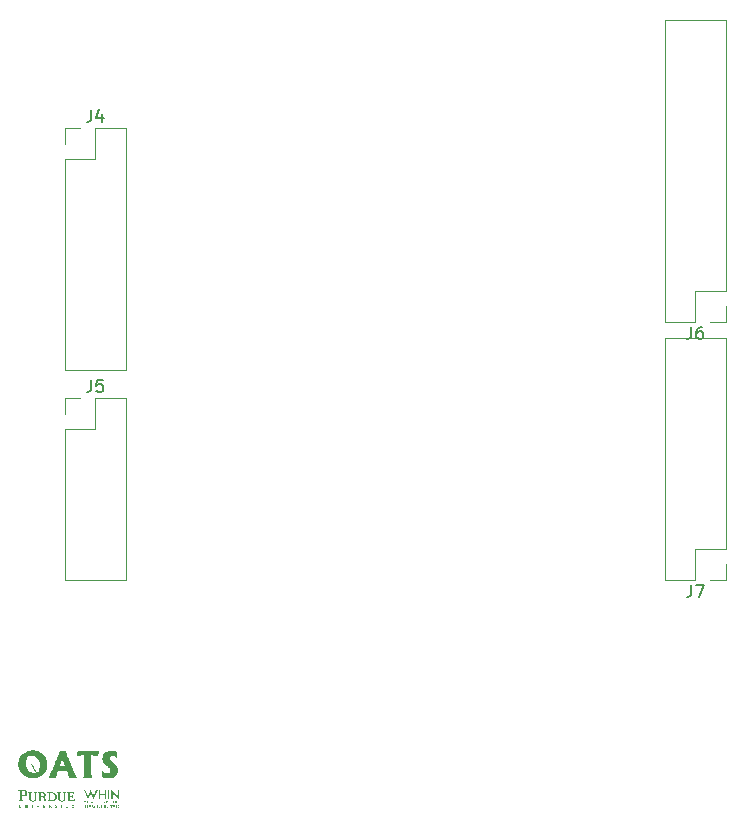
<source format=gbr>
G04 #@! TF.GenerationSoftware,KiCad,Pcbnew,(5.99.0-73-g24ea8f970)*
G04 #@! TF.CreationDate,2019-09-05T17:19:17-04:00*
G04 #@! TF.ProjectId,headers,68656164-6572-4732-9e6b-696361645f70,rev?*
G04 #@! TF.SameCoordinates,Original*
G04 #@! TF.FileFunction,Legend,Top*
G04 #@! TF.FilePolarity,Positive*
%FSLAX46Y46*%
G04 Gerber Fmt 4.6, Leading zero omitted, Abs format (unit mm)*
G04 Created by KiCad (PCBNEW (5.99.0-73-g24ea8f970)) date 2019-09-05 17:19:17*
%MOMM*%
%LPD*%
G04 APERTURE LIST*
%ADD10C,0.120000*%
%ADD11C,0.100000*%
%ADD12C,0.150000*%
G04 APERTURE END LIST*
D10*
X147507000Y-111883500D02*
X146177000Y-111883500D01*
X147507000Y-110553500D02*
X147507000Y-111883500D01*
X144907000Y-111883500D02*
X142307000Y-111883500D01*
X144907000Y-109283500D02*
X144907000Y-111883500D01*
X147507000Y-109283500D02*
X144907000Y-109283500D01*
X142307000Y-111883500D02*
X142307000Y-91443500D01*
X147507000Y-109283500D02*
X147507000Y-91443500D01*
X147507000Y-91443500D02*
X142307000Y-91443500D01*
X147507000Y-90039500D02*
X146177000Y-90039500D01*
X147507000Y-88709500D02*
X147507000Y-90039500D01*
X144907000Y-90039500D02*
X142307000Y-90039500D01*
X144907000Y-87439500D02*
X144907000Y-90039500D01*
X147507000Y-87439500D02*
X144907000Y-87439500D01*
X142307000Y-90039500D02*
X142307000Y-64519500D01*
X147507000Y-87439500D02*
X147507000Y-64519500D01*
X147507000Y-64519500D02*
X142307000Y-64519500D01*
X91507000Y-96523500D02*
X92837000Y-96523500D01*
X91507000Y-97853500D02*
X91507000Y-96523500D01*
X94107000Y-96523500D02*
X96707000Y-96523500D01*
X94107000Y-99123500D02*
X94107000Y-96523500D01*
X91507000Y-99123500D02*
X94107000Y-99123500D01*
X96707000Y-96523500D02*
X96707000Y-111883500D01*
X91507000Y-99123500D02*
X91507000Y-111883500D01*
X91507000Y-111883500D02*
X96707000Y-111883500D01*
X91507000Y-73663500D02*
X92837000Y-73663500D01*
X91507000Y-74993500D02*
X91507000Y-73663500D01*
X94107000Y-73663500D02*
X96707000Y-73663500D01*
X94107000Y-76263500D02*
X94107000Y-73663500D01*
X91507000Y-76263500D02*
X94107000Y-76263500D01*
X96707000Y-73663500D02*
X96707000Y-94103500D01*
X91507000Y-76263500D02*
X91507000Y-94103500D01*
X91507000Y-94103500D02*
X96707000Y-94103500D01*
D11*
G36*
X93147884Y-131179059D02*
G01*
X93120882Y-131179059D01*
X93120882Y-130954041D01*
X93147884Y-130954041D01*
X93147884Y-131179059D01*
X93147884Y-131179059D01*
G37*
G36*
X93242684Y-130954627D02*
G01*
X93256477Y-130955541D01*
X93283937Y-131024003D01*
X93311397Y-131092466D01*
X93312202Y-131023253D01*
X93313008Y-130954041D01*
X93339899Y-130954041D01*
X93339899Y-131179059D01*
X93314014Y-131179059D01*
X93285703Y-131109411D01*
X93257393Y-131039763D01*
X93256587Y-131109411D01*
X93255782Y-131179059D01*
X93228890Y-131179059D01*
X93228890Y-130953712D01*
X93242684Y-130954627D01*
X93242684Y-130954627D01*
G37*
G36*
X93531914Y-131179387D02*
G01*
X93504086Y-131177559D01*
X93449408Y-131043147D01*
X93448601Y-131111103D01*
X93447795Y-131179059D01*
X93420906Y-131179059D01*
X93420906Y-130954041D01*
X93446408Y-130954053D01*
X93474048Y-131022303D01*
X93501688Y-131090552D01*
X93501800Y-131022296D01*
X93501912Y-130954041D01*
X93531914Y-130954041D01*
X93531914Y-131179387D01*
X93531914Y-131179387D01*
G37*
G36*
X93610694Y-131016958D02*
G01*
X93613497Y-130998648D01*
X93617750Y-130984275D01*
X93623639Y-130973174D01*
X93631351Y-130964678D01*
X93639077Y-130959239D01*
X93650694Y-130955116D01*
X93665193Y-130953676D01*
X93680076Y-130954945D01*
X93692374Y-130958717D01*
X93703172Y-130966946D01*
X93712200Y-130980084D01*
X93718856Y-130997157D01*
X93720631Y-131004443D01*
X93721795Y-131013105D01*
X93722779Y-131026247D01*
X93723503Y-131042347D01*
X93723888Y-131059886D01*
X93723929Y-131067567D01*
X93723475Y-131094490D01*
X93721966Y-131116239D01*
X93719181Y-131133584D01*
X93714902Y-131147294D01*
X93708907Y-131158139D01*
X93700977Y-131166886D01*
X93693958Y-131172308D01*
X93682606Y-131177097D01*
X93668329Y-131179041D01*
X93653524Y-131178060D01*
X93640591Y-131174076D01*
X93640577Y-131174069D01*
X93630623Y-131167451D01*
X93622767Y-131158113D01*
X93616835Y-131145475D01*
X93612651Y-131128957D01*
X93610042Y-131107978D01*
X93608833Y-131081958D01*
X93608698Y-131068050D01*
X93608722Y-131066550D01*
X93636956Y-131066550D01*
X93637264Y-131088654D01*
X93638303Y-131105693D01*
X93640243Y-131118574D01*
X93643254Y-131128206D01*
X93647506Y-131135498D01*
X93650534Y-131138939D01*
X93659249Y-131144868D01*
X93668923Y-131145424D01*
X93677140Y-131142640D01*
X93683608Y-131138290D01*
X93688491Y-131131411D01*
X93692014Y-131121233D01*
X93694402Y-131106986D01*
X93695880Y-131087899D01*
X93696325Y-131077018D01*
X93696526Y-131049510D01*
X93695071Y-131027469D01*
X93691847Y-131010563D01*
X93686743Y-130998463D01*
X93679649Y-130990836D01*
X93670452Y-130987351D01*
X93666084Y-130987044D01*
X93656875Y-130988504D01*
X93649653Y-130993211D01*
X93644241Y-131001653D01*
X93640458Y-131014318D01*
X93638126Y-131031697D01*
X93637066Y-131054276D01*
X93636956Y-131066550D01*
X93608722Y-131066550D01*
X93609157Y-131039870D01*
X93610694Y-131016958D01*
X93610694Y-131016958D01*
G37*
G36*
X93831246Y-131029797D02*
G01*
X93835349Y-131049937D01*
X93839154Y-131067721D01*
X93842492Y-131082432D01*
X93845194Y-131093352D01*
X93847093Y-131099764D01*
X93847989Y-131101052D01*
X93849017Y-131096944D01*
X93851014Y-131087817D01*
X93853799Y-131074542D01*
X93857190Y-131057987D01*
X93861007Y-131039025D01*
X93863735Y-131025297D01*
X93877816Y-130954041D01*
X93892705Y-130954041D01*
X93901485Y-130954255D01*
X93905621Y-130955359D01*
X93906464Y-130958042D01*
X93905930Y-130960791D01*
X93904829Y-130965754D01*
X93902760Y-130975539D01*
X93899887Y-130989342D01*
X93896374Y-131006359D01*
X93892383Y-131025788D01*
X93888080Y-131046823D01*
X93883627Y-131068662D01*
X93879187Y-131090501D01*
X93874925Y-131111536D01*
X93871004Y-131130963D01*
X93867587Y-131147979D01*
X93864838Y-131161781D01*
X93862921Y-131171563D01*
X93861999Y-131176523D01*
X93861940Y-131176957D01*
X93859241Y-131178156D01*
X93852339Y-131178917D01*
X93846939Y-131179059D01*
X93838380Y-131178735D01*
X93832948Y-131177906D01*
X93831938Y-131177258D01*
X93831362Y-131174005D01*
X93829742Y-131165676D01*
X93827241Y-131153074D01*
X93824022Y-131137002D01*
X93820249Y-131118262D01*
X93816083Y-131097656D01*
X93811690Y-131075987D01*
X93807230Y-131054057D01*
X93802868Y-131032670D01*
X93798767Y-131012626D01*
X93795089Y-130994730D01*
X93791997Y-130979782D01*
X93789655Y-130968586D01*
X93788226Y-130961944D01*
X93787958Y-130960791D01*
X93787436Y-130956792D01*
X93789365Y-130954793D01*
X93795095Y-130954108D01*
X93801226Y-130954041D01*
X93816167Y-130954041D01*
X93831246Y-131029797D01*
X93831246Y-131029797D01*
G37*
G36*
X93965045Y-131080268D02*
G01*
X93968829Y-131063550D01*
X93974199Y-131039853D01*
X93979199Y-131017881D01*
X93983663Y-130998355D01*
X93987426Y-130981999D01*
X93990320Y-130969533D01*
X93992181Y-130961680D01*
X93992787Y-130959291D01*
X93995368Y-130955886D01*
X94001400Y-130954318D01*
X94008404Y-130954052D01*
X94022453Y-130954063D01*
X94047356Y-131064311D01*
X94052955Y-131089179D01*
X94058107Y-131112212D01*
X94062667Y-131132754D01*
X94066491Y-131150147D01*
X94069434Y-131163736D01*
X94071353Y-131172862D01*
X94072103Y-131176870D01*
X94072108Y-131176973D01*
X94069334Y-131178207D01*
X94062445Y-131178639D01*
X94057706Y-131178473D01*
X94043455Y-131177559D01*
X94035009Y-131136843D01*
X94007729Y-131137699D01*
X93980450Y-131138555D01*
X93972048Y-131179059D01*
X93957172Y-131179059D01*
X93948386Y-131178899D01*
X93944264Y-131177844D01*
X93943470Y-131175035D01*
X93944368Y-131170808D01*
X93945510Y-131165973D01*
X93947802Y-131156035D01*
X93951073Y-131141746D01*
X93955151Y-131123854D01*
X93959652Y-131104053D01*
X93987836Y-131104053D01*
X94007720Y-131104053D01*
X94018291Y-131103933D01*
X94024093Y-131103270D01*
X94026355Y-131101613D01*
X94026309Y-131098506D01*
X94026047Y-131097302D01*
X94024787Y-131091822D01*
X94022512Y-131081906D01*
X94019545Y-131068965D01*
X94016241Y-131054549D01*
X94007993Y-131018546D01*
X94000023Y-131053049D01*
X93996667Y-131067504D01*
X93993612Y-131080532D01*
X93991219Y-131090598D01*
X93989945Y-131095802D01*
X93987836Y-131104053D01*
X93959652Y-131104053D01*
X93959866Y-131103112D01*
X93965045Y-131080268D01*
X93965045Y-131080268D01*
G37*
G36*
X94221969Y-130987044D02*
G01*
X94188966Y-130987044D01*
X94188966Y-131179059D01*
X94158964Y-131179059D01*
X94158964Y-130987044D01*
X94125961Y-130987044D01*
X94125961Y-130954041D01*
X94221969Y-130954041D01*
X94221969Y-130987044D01*
X94221969Y-130987044D01*
G37*
G36*
X94320976Y-131179059D02*
G01*
X94293974Y-131179059D01*
X94293974Y-130954041D01*
X94320976Y-130954041D01*
X94320976Y-131179059D01*
X94320976Y-131179059D01*
G37*
G36*
X94396877Y-131034570D02*
G01*
X94399627Y-131009683D01*
X94404398Y-130989842D01*
X94411335Y-130974697D01*
X94420579Y-130963899D01*
X94432275Y-130957097D01*
X94441162Y-130954671D01*
X94460533Y-130953532D01*
X94476935Y-130957587D01*
X94490294Y-130966779D01*
X94500540Y-130981046D01*
X94507597Y-131000329D01*
X94509783Y-131011052D01*
X94511410Y-131025528D01*
X94512430Y-131043913D01*
X94512839Y-131064294D01*
X94512633Y-131084762D01*
X94511806Y-131103405D01*
X94510354Y-131118311D01*
X94510049Y-131120308D01*
X94505199Y-131139611D01*
X94497728Y-131156011D01*
X94488262Y-131168294D01*
X94483296Y-131172304D01*
X94470806Y-131177539D01*
X94455751Y-131179451D01*
X94440520Y-131178044D01*
X94427500Y-131173324D01*
X94425678Y-131172192D01*
X94415989Y-131163676D01*
X94408416Y-131152284D01*
X94402794Y-131137425D01*
X94398962Y-131118506D01*
X94396754Y-131094935D01*
X94396007Y-131066120D01*
X94396006Y-131064970D01*
X94424759Y-131064970D01*
X94425059Y-131082740D01*
X94425815Y-131098847D01*
X94426934Y-131111899D01*
X94428323Y-131120504D01*
X94428495Y-131121143D01*
X94433886Y-131132602D01*
X94441951Y-131141244D01*
X94451283Y-131145722D01*
X94454487Y-131146056D01*
X94461534Y-131144238D01*
X94469011Y-131139895D01*
X94474538Y-131134019D01*
X94478635Y-131125768D01*
X94481465Y-131114346D01*
X94483193Y-131098956D01*
X94483980Y-131078804D01*
X94484072Y-131066550D01*
X94483480Y-131041167D01*
X94481595Y-131021234D01*
X94478258Y-131006309D01*
X94473308Y-130995950D01*
X94466584Y-130989715D01*
X94457927Y-130987160D01*
X94455224Y-130987044D01*
X94445542Y-130988347D01*
X94437987Y-130992612D01*
X94432352Y-131000368D01*
X94428429Y-131012145D01*
X94426013Y-131028474D01*
X94424894Y-131049884D01*
X94424759Y-131064970D01*
X94396006Y-131064970D01*
X94396005Y-131064851D01*
X94396877Y-131034570D01*
X94396877Y-131034570D01*
G37*
G36*
X94646624Y-131020696D02*
G01*
X94673504Y-131087352D01*
X94674312Y-131020696D01*
X94675119Y-130954041D01*
X94705007Y-130954041D01*
X94705007Y-131179387D01*
X94691233Y-131178473D01*
X94677460Y-131177559D01*
X94649333Y-131108553D01*
X94621206Y-131039548D01*
X94621103Y-131109303D01*
X94621000Y-131179059D01*
X94593998Y-131179059D01*
X94593998Y-130954041D01*
X94619743Y-130954041D01*
X94646624Y-131020696D01*
X94646624Y-131020696D01*
G37*
G36*
X94899052Y-130954627D02*
G01*
X94913083Y-130955541D01*
X94940305Y-131022708D01*
X94967527Y-131089876D01*
X94968334Y-131021958D01*
X94969140Y-130954041D01*
X94996030Y-130954041D01*
X94996030Y-131179059D01*
X94983279Y-131179012D01*
X94970528Y-131178964D01*
X94915246Y-131042548D01*
X94915135Y-131110803D01*
X94915023Y-131179059D01*
X94885021Y-131179059D01*
X94885021Y-130953712D01*
X94899052Y-130954627D01*
X94899052Y-130954627D01*
G37*
G36*
X95161043Y-130987044D02*
G01*
X95104038Y-130987044D01*
X95104038Y-131053049D01*
X95152042Y-131053049D01*
X95152042Y-131089052D01*
X95104038Y-131089052D01*
X95104038Y-131143056D01*
X95164043Y-131143056D01*
X95164043Y-131179059D01*
X95077036Y-131179059D01*
X95077036Y-130954041D01*
X95161043Y-130954041D01*
X95161043Y-130987044D01*
X95161043Y-130987044D01*
G37*
G36*
X95326056Y-130987044D02*
G01*
X95293053Y-130987044D01*
X95293053Y-131179059D01*
X95263051Y-131179059D01*
X95263051Y-130987044D01*
X95230048Y-130987044D01*
X95230048Y-130954041D01*
X95326056Y-130954041D01*
X95326056Y-130987044D01*
X95326056Y-130987044D01*
G37*
G36*
X95484401Y-130954200D02*
G01*
X95491869Y-130954878D01*
X95496511Y-130955813D01*
X95497095Y-130956291D01*
X95497605Y-130959772D01*
X95499019Y-130968295D01*
X95501189Y-130980998D01*
X95503967Y-130997014D01*
X95507204Y-131015481D01*
X95509070Y-131026047D01*
X95512507Y-131045523D01*
X95515582Y-131063062D01*
X95518143Y-131077786D01*
X95520038Y-131088818D01*
X95521115Y-131095281D01*
X95521301Y-131096552D01*
X95521864Y-131094294D01*
X95523332Y-131087095D01*
X95525523Y-131075914D01*
X95528258Y-131061711D01*
X95531355Y-131045447D01*
X95534635Y-131028080D01*
X95537915Y-131010571D01*
X95541016Y-130993880D01*
X95543757Y-130978967D01*
X95545958Y-130966791D01*
X95547436Y-130958312D01*
X95547984Y-130954791D01*
X95550725Y-130954343D01*
X95557557Y-130954075D01*
X95561574Y-130954041D01*
X95570165Y-130954509D01*
X95574209Y-130956276D01*
X95575124Y-130959291D01*
X95574632Y-130963373D01*
X95573213Y-130972664D01*
X95570983Y-130986464D01*
X95568057Y-131004073D01*
X95564552Y-131024791D01*
X95560584Y-131047917D01*
X95556436Y-131071800D01*
X95537700Y-131179059D01*
X95507481Y-131179059D01*
X95495795Y-131112303D01*
X95492349Y-131092820D01*
X95489161Y-131075178D01*
X95486400Y-131060287D01*
X95484237Y-131049054D01*
X95482841Y-131042391D01*
X95482493Y-131041082D01*
X95481558Y-131042627D01*
X95479790Y-131049345D01*
X95477347Y-131060492D01*
X95474387Y-131075324D01*
X95471065Y-131093096D01*
X95468574Y-131107087D01*
X95456271Y-131177559D01*
X95440667Y-131178465D01*
X95431596Y-131178473D01*
X95426058Y-131177429D01*
X95425063Y-131176396D01*
X95424564Y-131172869D01*
X95423160Y-131164252D01*
X95420994Y-131151362D01*
X95418208Y-131135015D01*
X95414945Y-131116031D01*
X95411348Y-131095225D01*
X95407559Y-131073416D01*
X95403719Y-131051421D01*
X95399973Y-131030058D01*
X95396461Y-131010144D01*
X95393327Y-130992496D01*
X95390713Y-130977933D01*
X95388762Y-130967271D01*
X95387615Y-130961329D01*
X95387498Y-130960791D01*
X95387056Y-130956802D01*
X95389034Y-130954801D01*
X95394789Y-130954110D01*
X95401004Y-130954041D01*
X95409582Y-130954394D01*
X95415036Y-130955298D01*
X95416063Y-130956011D01*
X95416557Y-130959725D01*
X95417919Y-130968289D01*
X95419965Y-130980646D01*
X95422513Y-130995738D01*
X95425381Y-131012507D01*
X95428385Y-131029897D01*
X95431343Y-131046848D01*
X95434072Y-131062305D01*
X95436390Y-131075209D01*
X95438113Y-131084502D01*
X95439041Y-131089052D01*
X95440169Y-131088915D01*
X95442140Y-131082967D01*
X95444924Y-131071334D01*
X95448491Y-131054140D01*
X95452813Y-131031512D01*
X95453820Y-131026047D01*
X95457439Y-131006300D01*
X95460681Y-130988626D01*
X95463394Y-130973843D01*
X95465429Y-130962771D01*
X95466634Y-130956231D01*
X95466903Y-130954791D01*
X95469732Y-130954047D01*
X95476293Y-130953887D01*
X95484401Y-130954200D01*
X95484401Y-130954200D01*
G37*
G36*
X95638854Y-131016958D02*
G01*
X95641656Y-130998648D01*
X95645909Y-130984275D01*
X95651799Y-130973174D01*
X95659510Y-130964678D01*
X95667237Y-130959239D01*
X95678854Y-130955116D01*
X95693353Y-130953676D01*
X95708236Y-130954945D01*
X95720534Y-130958717D01*
X95730401Y-130965298D01*
X95738231Y-130975003D01*
X95744173Y-130988339D01*
X95748375Y-131005815D01*
X95750982Y-131027940D01*
X95752145Y-131055221D01*
X95752238Y-131067882D01*
X95751746Y-131094831D01*
X95750170Y-131116608D01*
X95747289Y-131133982D01*
X95742881Y-131147718D01*
X95736727Y-131158584D01*
X95728603Y-131167346D01*
X95722117Y-131172308D01*
X95710766Y-131177097D01*
X95696489Y-131179041D01*
X95681684Y-131178060D01*
X95668751Y-131174076D01*
X95668737Y-131174069D01*
X95658783Y-131167451D01*
X95650927Y-131158113D01*
X95644994Y-131145475D01*
X95640811Y-131128957D01*
X95638202Y-131107978D01*
X95636992Y-131081958D01*
X95636858Y-131068050D01*
X95637070Y-131054980D01*
X95665387Y-131054980D01*
X95665625Y-131074671D01*
X95666274Y-131093912D01*
X95667149Y-131108146D01*
X95668364Y-131118365D01*
X95670032Y-131125562D01*
X95671949Y-131130156D01*
X95679785Y-131140698D01*
X95689100Y-131145471D01*
X95700201Y-131144590D01*
X95705300Y-131142640D01*
X95711768Y-131138290D01*
X95716651Y-131131411D01*
X95720174Y-131121233D01*
X95722561Y-131106986D01*
X95724039Y-131087899D01*
X95724485Y-131077018D01*
X95724686Y-131049510D01*
X95723230Y-131027469D01*
X95720006Y-131010563D01*
X95714903Y-130998463D01*
X95707808Y-130990836D01*
X95698612Y-130987351D01*
X95694244Y-130987044D01*
X95684913Y-130988558D01*
X95677585Y-130993399D01*
X95672115Y-131002014D01*
X95668356Y-131014852D01*
X95666162Y-131032358D01*
X95665387Y-131054980D01*
X95637070Y-131054980D01*
X95637317Y-131039870D01*
X95638854Y-131016958D01*
X95638854Y-131016958D01*
G37*
G36*
X95856347Y-130954058D02*
G01*
X95875026Y-130954586D01*
X95889080Y-130956407D01*
X95899822Y-130959918D01*
X95908560Y-130965513D01*
X95915033Y-130971807D01*
X95924490Y-130986557D01*
X95930061Y-131005632D01*
X95931777Y-131029159D01*
X95931308Y-131041101D01*
X95928551Y-131062070D01*
X95923280Y-131078409D01*
X95915151Y-131091084D01*
X95912564Y-131093862D01*
X95904696Y-131101730D01*
X95919900Y-131137154D01*
X95925632Y-131150751D01*
X95930376Y-131162461D01*
X95933678Y-131171131D01*
X95935084Y-131175606D01*
X95935104Y-131175819D01*
X95932365Y-131177781D01*
X95925156Y-131178911D01*
X95920536Y-131179059D01*
X95905969Y-131179059D01*
X95890100Y-131143056D01*
X95883415Y-131128169D01*
X95878444Y-131117988D01*
X95874643Y-131111656D01*
X95871467Y-131108319D01*
X95868372Y-131107124D01*
X95867165Y-131107053D01*
X95864187Y-131107236D01*
X95862191Y-131108450D01*
X95860981Y-131111697D01*
X95860359Y-131117975D01*
X95860130Y-131128285D01*
X95860098Y-131143056D01*
X95860098Y-131179059D01*
X95830095Y-131179059D01*
X95830095Y-130987044D01*
X95860098Y-130987044D01*
X95860098Y-131074831D01*
X95873935Y-131073271D01*
X95884809Y-131070759D01*
X95892921Y-131066484D01*
X95893759Y-131065724D01*
X95899013Y-131057018D01*
X95902359Y-131044507D01*
X95903658Y-131030121D01*
X95902770Y-131015790D01*
X95899555Y-131003443D01*
X95898448Y-131001041D01*
X95893120Y-130995665D01*
X95884159Y-130990865D01*
X95873911Y-130987708D01*
X95867695Y-130987044D01*
X95860098Y-130987044D01*
X95830095Y-130987044D01*
X95830095Y-130954041D01*
X95856347Y-130954058D01*
X95856347Y-130954058D01*
G37*
G36*
X96035611Y-131043845D02*
G01*
X96082545Y-130954041D01*
X96098831Y-130954041D01*
X96107801Y-130954513D01*
X96113716Y-130955731D01*
X96115118Y-130956880D01*
X96113766Y-130960285D01*
X96109996Y-130968126D01*
X96104235Y-130979556D01*
X96096911Y-130993729D01*
X96088453Y-131009796D01*
X96086899Y-131012720D01*
X96058680Y-131065721D01*
X96086899Y-131120407D01*
X96095399Y-131136973D01*
X96102874Y-131151717D01*
X96108912Y-131163813D01*
X96113103Y-131172437D01*
X96115035Y-131176765D01*
X96115118Y-131177076D01*
X96112405Y-131178167D01*
X96105416Y-131178887D01*
X96098789Y-131179059D01*
X96082461Y-131179059D01*
X96062225Y-131139742D01*
X96054317Y-131124540D01*
X96048583Y-131114056D01*
X96044550Y-131107626D01*
X96041743Y-131104585D01*
X96039688Y-131104267D01*
X96038050Y-131105813D01*
X96035999Y-131111578D01*
X96034710Y-131122438D01*
X96034145Y-131138766D01*
X96034111Y-131145129D01*
X96034111Y-131179059D01*
X96007109Y-131179059D01*
X96007109Y-130954041D01*
X96033955Y-130954041D01*
X96035611Y-131043845D01*
X96035611Y-131043845D01*
G37*
G36*
X93138650Y-130588551D02*
G01*
X93140803Y-130590729D01*
X93142702Y-130595006D01*
X93144583Y-130602042D01*
X93146678Y-130612497D01*
X93149224Y-130627030D01*
X93152454Y-130646302D01*
X93155510Y-130664518D01*
X93158699Y-130683319D01*
X93161581Y-130700145D01*
X93163998Y-130714087D01*
X93165791Y-130724235D01*
X93166803Y-130729680D01*
X93166940Y-130730294D01*
X93167689Y-130728460D01*
X93169256Y-130721622D01*
X93171455Y-130710688D01*
X93174101Y-130696570D01*
X93176117Y-130685290D01*
X93179398Y-130666662D01*
X93182731Y-130647853D01*
X93185796Y-130630657D01*
X93188275Y-130616869D01*
X93189021Y-130612764D01*
X93193541Y-130588012D01*
X93208216Y-130588012D01*
X93216713Y-130588150D01*
X93222103Y-130588503D01*
X93223076Y-130588762D01*
X93223639Y-130591795D01*
X93225125Y-130599921D01*
X93227384Y-130612328D01*
X93230270Y-130628206D01*
X93233635Y-130646741D01*
X93236315Y-130661518D01*
X93239920Y-130681225D01*
X93243164Y-130698623D01*
X93245902Y-130712957D01*
X93247988Y-130723472D01*
X93249275Y-130729413D01*
X93249630Y-130730399D01*
X93250213Y-130726658D01*
X93251702Y-130717892D01*
X93253943Y-130704980D01*
X93256785Y-130688804D01*
X93260072Y-130670244D01*
X93261893Y-130660018D01*
X93265335Y-130640627D01*
X93268392Y-130623217D01*
X93270913Y-130608654D01*
X93272750Y-130597808D01*
X93273752Y-130591546D01*
X93273894Y-130590386D01*
X93276596Y-130589041D01*
X93283514Y-130588180D01*
X93289134Y-130588012D01*
X93298064Y-130588172D01*
X93302354Y-130589205D01*
X93303364Y-130591942D01*
X93302652Y-130596263D01*
X93301723Y-130601169D01*
X93299956Y-130610925D01*
X93297492Y-130624719D01*
X93294472Y-130641743D01*
X93291039Y-130661186D01*
X93287334Y-130682239D01*
X93283500Y-130704093D01*
X93279677Y-130725938D01*
X93276009Y-130746964D01*
X93272636Y-130766361D01*
X93269700Y-130783320D01*
X93267344Y-130797032D01*
X93265708Y-130806686D01*
X93264936Y-130811473D01*
X93264893Y-130811834D01*
X93262194Y-130812522D01*
X93255264Y-130812669D01*
X93249248Y-130812437D01*
X93233602Y-130811530D01*
X93221603Y-130741795D01*
X93218170Y-130722444D01*
X93214960Y-130705465D01*
X93212133Y-130691618D01*
X93209848Y-130681664D01*
X93208266Y-130676360D01*
X93207679Y-130675790D01*
X93206631Y-130679721D01*
X93204761Y-130688673D01*
X93202239Y-130701748D01*
X93199235Y-130718049D01*
X93195922Y-130736678D01*
X93194256Y-130746275D01*
X93182759Y-130813030D01*
X93168228Y-130813030D01*
X93158442Y-130812269D01*
X93153023Y-130810175D01*
X93152408Y-130809280D01*
X93151531Y-130805291D01*
X93149803Y-130796227D01*
X93147367Y-130782916D01*
X93144366Y-130766187D01*
X93140945Y-130746867D01*
X93137246Y-130725787D01*
X93133414Y-130703774D01*
X93129592Y-130681658D01*
X93125924Y-130660267D01*
X93122553Y-130640430D01*
X93119623Y-130622976D01*
X93117278Y-130608733D01*
X93115660Y-130598530D01*
X93114915Y-130593196D01*
X93114882Y-130592717D01*
X93116454Y-130589651D01*
X93121969Y-130588240D01*
X93128325Y-130588012D01*
X93132645Y-130587852D01*
X93136009Y-130587812D01*
X93138650Y-130588551D01*
X93138650Y-130588551D01*
G37*
G36*
X93383082Y-130704659D02*
G01*
X93388492Y-130680944D01*
X93393550Y-130658731D01*
X93398080Y-130638794D01*
X93401907Y-130621906D01*
X93404857Y-130608840D01*
X93406752Y-130600370D01*
X93407322Y-130597763D01*
X93408956Y-130591894D01*
X93411804Y-130589029D01*
X93417681Y-130588093D01*
X93423819Y-130588012D01*
X93432762Y-130588398D01*
X93437453Y-130590038D01*
X93439614Y-130593655D01*
X93439915Y-130594763D01*
X93440956Y-130599215D01*
X93443157Y-130608790D01*
X93446351Y-130622758D01*
X93450372Y-130640389D01*
X93455054Y-130660954D01*
X93460231Y-130683723D01*
X93464386Y-130702021D01*
X93469815Y-130725896D01*
X93474872Y-130748048D01*
X93479393Y-130767762D01*
X93483212Y-130784321D01*
X93486164Y-130797011D01*
X93488085Y-130805115D01*
X93488757Y-130807779D01*
X93488871Y-130810915D01*
X93485943Y-130812492D01*
X93478700Y-130813007D01*
X93475350Y-130813030D01*
X93466418Y-130812792D01*
X93461719Y-130811401D01*
X93459487Y-130807842D01*
X93458400Y-130803279D01*
X93456229Y-130793403D01*
X93453678Y-130782799D01*
X93453546Y-130782277D01*
X93450677Y-130771026D01*
X93397502Y-130771026D01*
X93393941Y-130786778D01*
X93391104Y-130799211D01*
X93388888Y-130806939D01*
X93386456Y-130811076D01*
X93382969Y-130812739D01*
X93377588Y-130813041D01*
X93374200Y-130813030D01*
X93365779Y-130812591D01*
X93361841Y-130810860D01*
X93360901Y-130807417D01*
X93361551Y-130803224D01*
X93363395Y-130793918D01*
X93366275Y-130780229D01*
X93370033Y-130762891D01*
X93374511Y-130742635D01*
X93376244Y-130734914D01*
X93405904Y-130734914D01*
X93408691Y-130736617D01*
X93416220Y-130737716D01*
X93425058Y-130738024D01*
X93444212Y-130738024D01*
X93436845Y-130707271D01*
X93433561Y-130693298D01*
X93430659Y-130680469D01*
X93428536Y-130670561D01*
X93427771Y-130666590D01*
X93426072Y-130660640D01*
X93424103Y-130658855D01*
X93423787Y-130659089D01*
X93422434Y-130662633D01*
X93420171Y-130670653D01*
X93417326Y-130681751D01*
X93414231Y-130694533D01*
X93411212Y-130707603D01*
X93408601Y-130719564D01*
X93406725Y-130729021D01*
X93405914Y-130734578D01*
X93405904Y-130734914D01*
X93376244Y-130734914D01*
X93379551Y-130720193D01*
X93383082Y-130704659D01*
X93383082Y-130704659D01*
G37*
G36*
X93609477Y-130588012D02*
G01*
X93624403Y-130588149D01*
X93634769Y-130588710D01*
X93642012Y-130589925D01*
X93647571Y-130592020D01*
X93652230Y-130594787D01*
X93664184Y-130606273D01*
X93672005Y-130622044D01*
X93675647Y-130641995D01*
X93675926Y-130650249D01*
X93675263Y-130663764D01*
X93673502Y-130675817D01*
X93671503Y-130682797D01*
X93669077Y-130689507D01*
X93669063Y-130694566D01*
X93671865Y-130700468D01*
X93675219Y-130705682D01*
X93679929Y-130714079D01*
X93682701Y-130723021D01*
X93684158Y-130734823D01*
X93684471Y-130740029D01*
X93684786Y-130758198D01*
X93683442Y-130771877D01*
X93680166Y-130782412D01*
X93674685Y-130791153D01*
X93673949Y-130792048D01*
X93666727Y-130799578D01*
X93658963Y-130804939D01*
X93649413Y-130808541D01*
X93636834Y-130810793D01*
X93619984Y-130812107D01*
X93612171Y-130812447D01*
X93576918Y-130813769D01*
X93576918Y-130717022D01*
X93603920Y-130717022D01*
X93603920Y-130777027D01*
X93620570Y-130777027D01*
X93631672Y-130776228D01*
X93641637Y-130774189D01*
X93645691Y-130772647D01*
X93653300Y-130765591D01*
X93657415Y-130755079D01*
X93657745Y-130742729D01*
X93653997Y-130730160D01*
X93653535Y-130729238D01*
X93649624Y-130723147D01*
X93644633Y-130719469D01*
X93637053Y-130717626D01*
X93625379Y-130717040D01*
X93621676Y-130717022D01*
X93603920Y-130717022D01*
X93576918Y-130717022D01*
X93576918Y-130620272D01*
X93603920Y-130620272D01*
X93603920Y-130681019D01*
X93618921Y-130681019D01*
X93630338Y-130680059D01*
X93637833Y-130676834D01*
X93639847Y-130675095D01*
X93646703Y-130664138D01*
X93648490Y-130650363D01*
X93647715Y-130644018D01*
X93644592Y-130633167D01*
X93639317Y-130626537D01*
X93630525Y-130622991D01*
X93620871Y-130621677D01*
X93603920Y-130620272D01*
X93576918Y-130620272D01*
X93576918Y-130588012D01*
X93609477Y-130588012D01*
X93609477Y-130588012D01*
G37*
G36*
X93789859Y-130701185D02*
G01*
X93790513Y-130698271D01*
X93815257Y-130588012D01*
X93829396Y-130588012D01*
X93838713Y-130588589D01*
X93843564Y-130590642D01*
X93845093Y-130593262D01*
X93846108Y-130597349D01*
X93848280Y-130606573D01*
X93851447Y-130620217D01*
X93855442Y-130637567D01*
X93860101Y-130657906D01*
X93865258Y-130680518D01*
X93869464Y-130699021D01*
X93874904Y-130722976D01*
X93879977Y-130745280D01*
X93884515Y-130765203D01*
X93888352Y-130782017D01*
X93891322Y-130794992D01*
X93893258Y-130803398D01*
X93893935Y-130806279D01*
X93894446Y-130810282D01*
X93892504Y-130812281D01*
X93886758Y-130812964D01*
X93880685Y-130813030D01*
X93865776Y-130813030D01*
X93861465Y-130792778D01*
X93857153Y-130772527D01*
X93802817Y-130770813D01*
X93798490Y-130791171D01*
X93794163Y-130811530D01*
X93780048Y-130812444D01*
X93771780Y-130812520D01*
X93766657Y-130811683D01*
X93765851Y-130810944D01*
X93766468Y-130807567D01*
X93768263Y-130798994D01*
X93771091Y-130785881D01*
X93774808Y-130768887D01*
X93779271Y-130748668D01*
X93782244Y-130735290D01*
X93810936Y-130735290D01*
X93813673Y-130736680D01*
X93820835Y-130737665D01*
X93830495Y-130738024D01*
X93850054Y-130738024D01*
X93847945Y-130729773D01*
X93846437Y-130723599D01*
X93843947Y-130713110D01*
X93840835Y-130699838D01*
X93837858Y-130687020D01*
X93829880Y-130652517D01*
X93820408Y-130692536D01*
X93816947Y-130707350D01*
X93814053Y-130720099D01*
X93811981Y-130729631D01*
X93810987Y-130734794D01*
X93810936Y-130735290D01*
X93782244Y-130735290D01*
X93784336Y-130725882D01*
X93789859Y-130701185D01*
X93789859Y-130701185D01*
G37*
G36*
X94040264Y-130588251D02*
G01*
X94053405Y-130593380D01*
X94064565Y-130603468D01*
X94073222Y-130617655D01*
X94078859Y-130635081D01*
X94080955Y-130654886D01*
X94080958Y-130655665D01*
X94080958Y-130666018D01*
X94050955Y-130666018D01*
X94050955Y-130651422D01*
X94049067Y-130637358D01*
X94043665Y-130627345D01*
X94035145Y-130621930D01*
X94028986Y-130621110D01*
X94017239Y-130623865D01*
X94008573Y-130631313D01*
X94003724Y-130642624D01*
X94002951Y-130650415D01*
X94005380Y-130660790D01*
X94012899Y-130670536D01*
X94025862Y-130680030D01*
X94035515Y-130685319D01*
X94053762Y-130695682D01*
X94066811Y-130706195D01*
X94075392Y-130717918D01*
X94080237Y-130731916D01*
X94082079Y-130749249D01*
X94082150Y-130753025D01*
X94080270Y-130773799D01*
X94074295Y-130790365D01*
X94064282Y-130802602D01*
X94057002Y-130807481D01*
X94045265Y-130811330D01*
X94030693Y-130812837D01*
X94016009Y-130811935D01*
X94004452Y-130808795D01*
X93990809Y-130799569D01*
X93980801Y-130785940D01*
X93974748Y-130768507D01*
X93972949Y-130750121D01*
X93972949Y-130732023D01*
X93999951Y-130732023D01*
X93999951Y-130744173D01*
X94002241Y-130759163D01*
X94008762Y-130770526D01*
X94018994Y-130777675D01*
X94031731Y-130780027D01*
X94040839Y-130777314D01*
X94048505Y-130770320D01*
X94053197Y-130760764D01*
X94053955Y-130755066D01*
X94051941Y-130744490D01*
X94045527Y-130734987D01*
X94034152Y-130725934D01*
X94021219Y-130718657D01*
X94003690Y-130707956D01*
X93989832Y-130695653D01*
X93980476Y-130682605D01*
X93976935Y-130672948D01*
X93974913Y-130653340D01*
X93976630Y-130634319D01*
X93981734Y-130617203D01*
X93989876Y-130603310D01*
X93997376Y-130596075D01*
X94009801Y-130590171D01*
X94025201Y-130587478D01*
X94040264Y-130588251D01*
X94040264Y-130588251D01*
G37*
G36*
X94200967Y-130696021D02*
G01*
X94245971Y-130696021D01*
X94245971Y-130588012D01*
X94272973Y-130588012D01*
X94272973Y-130813030D01*
X94245971Y-130813030D01*
X94245971Y-130729023D01*
X94200967Y-130729023D01*
X94200967Y-130813030D01*
X94173965Y-130813030D01*
X94173965Y-130588012D01*
X94200967Y-130588012D01*
X94200967Y-130696021D01*
X94200967Y-130696021D01*
G37*
G36*
X94509991Y-130696021D02*
G01*
X94554995Y-130696021D01*
X94554995Y-130588012D01*
X94581997Y-130588012D01*
X94581997Y-130813030D01*
X94554995Y-130813030D01*
X94554995Y-130729023D01*
X94509991Y-130729023D01*
X94509991Y-130813030D01*
X94479989Y-130813030D01*
X94479989Y-130588012D01*
X94509991Y-130588012D01*
X94509991Y-130696021D01*
X94509991Y-130696021D01*
G37*
G36*
X94759011Y-130621015D02*
G01*
X94702006Y-130621015D01*
X94702006Y-130687020D01*
X94750010Y-130687020D01*
X94750010Y-130723023D01*
X94702006Y-130723023D01*
X94702006Y-130777027D01*
X94762011Y-130777027D01*
X94762011Y-130813030D01*
X94672004Y-130813030D01*
X94672004Y-130588012D01*
X94759011Y-130588012D01*
X94759011Y-130621015D01*
X94759011Y-130621015D01*
G37*
G36*
X94867271Y-130698246D02*
G01*
X94867606Y-130696771D01*
X94892285Y-130588012D01*
X94906452Y-130588012D01*
X94915775Y-130588585D01*
X94920631Y-130590628D01*
X94922171Y-130593262D01*
X94923184Y-130597349D01*
X94925354Y-130606573D01*
X94928518Y-130620218D01*
X94932511Y-130637568D01*
X94937167Y-130657907D01*
X94942322Y-130680519D01*
X94946526Y-130699021D01*
X94951965Y-130722976D01*
X94957037Y-130745280D01*
X94961575Y-130765204D01*
X94965413Y-130782018D01*
X94968385Y-130794993D01*
X94970324Y-130803398D01*
X94971003Y-130806279D01*
X94971525Y-130810282D01*
X94969592Y-130812280D01*
X94963853Y-130812964D01*
X94957770Y-130813030D01*
X94942861Y-130813030D01*
X94938550Y-130792778D01*
X94934238Y-130772527D01*
X94906865Y-130771667D01*
X94879491Y-130770808D01*
X94876078Y-130788168D01*
X94873637Y-130800228D01*
X94871524Y-130807581D01*
X94868828Y-130811390D01*
X94864639Y-130812819D01*
X94858045Y-130813031D01*
X94856613Y-130813030D01*
X94847155Y-130812239D01*
X94843103Y-130809932D01*
X94842972Y-130809280D01*
X94843606Y-130805590D01*
X94845431Y-130796723D01*
X94848300Y-130783351D01*
X94852065Y-130766145D01*
X94856581Y-130745778D01*
X94858820Y-130735774D01*
X94888013Y-130735774D01*
X94890756Y-130736912D01*
X94897935Y-130737721D01*
X94907844Y-130738024D01*
X94918972Y-130737697D01*
X94924889Y-130736614D01*
X94926353Y-130734619D01*
X94926251Y-130734274D01*
X94925070Y-130730038D01*
X94922875Y-130721209D01*
X94919971Y-130709045D01*
X94916664Y-130694806D01*
X94916409Y-130693691D01*
X94913100Y-130680027D01*
X94910084Y-130669032D01*
X94907668Y-130661722D01*
X94906158Y-130659115D01*
X94906031Y-130659188D01*
X94904811Y-130662656D01*
X94902646Y-130670606D01*
X94899864Y-130681656D01*
X94896789Y-130694423D01*
X94893746Y-130707525D01*
X94891061Y-130719579D01*
X94889060Y-130729204D01*
X94888066Y-130735015D01*
X94888013Y-130735774D01*
X94858820Y-130735774D01*
X94861698Y-130722921D01*
X94867271Y-130698246D01*
X94867271Y-130698246D01*
G37*
G36*
X95050034Y-130588012D02*
G01*
X95079401Y-130588012D01*
X95099957Y-130588928D01*
X95115756Y-130591957D01*
X95127798Y-130597525D01*
X95137083Y-130606056D01*
X95143041Y-130615014D01*
X95146273Y-130621343D01*
X95148420Y-130627442D01*
X95149700Y-130634750D01*
X95150332Y-130644705D01*
X95150533Y-130658745D01*
X95150542Y-130664518D01*
X95150411Y-130680484D01*
X95149888Y-130691871D01*
X95148777Y-130700097D01*
X95146882Y-130706582D01*
X95144007Y-130712743D01*
X95143831Y-130713074D01*
X95138448Y-130721640D01*
X95132840Y-130728347D01*
X95130985Y-130729925D01*
X95128634Y-130731804D01*
X95127425Y-130734087D01*
X95127590Y-130737722D01*
X95129360Y-130743655D01*
X95132967Y-130752832D01*
X95138641Y-130766200D01*
X95141445Y-130772708D01*
X95147429Y-130786645D01*
X95152454Y-130798467D01*
X95156091Y-130807156D01*
X95157913Y-130811696D01*
X95158042Y-130812112D01*
X95155334Y-130812624D01*
X95148373Y-130812957D01*
X95142206Y-130813030D01*
X95126370Y-130813030D01*
X95111373Y-130777777D01*
X95105021Y-130763104D01*
X95100301Y-130753093D01*
X95096629Y-130746831D01*
X95093419Y-130743402D01*
X95090087Y-130741893D01*
X95088206Y-130741575D01*
X95080036Y-130740626D01*
X95080036Y-130813030D01*
X95067035Y-130813030D01*
X95058616Y-130812604D01*
X95052965Y-130811536D01*
X95052034Y-130811030D01*
X95051579Y-130807673D01*
X95051161Y-130798995D01*
X95050790Y-130785671D01*
X95050481Y-130768381D01*
X95050243Y-130747802D01*
X95050090Y-130724613D01*
X95050055Y-130708837D01*
X95050034Y-130699490D01*
X95050034Y-130620234D01*
X95080036Y-130620234D01*
X95080036Y-130708837D01*
X95094287Y-130706952D01*
X95107113Y-130703529D01*
X95114996Y-130697717D01*
X95120986Y-130686959D01*
X95124065Y-130672991D01*
X95124235Y-130657850D01*
X95121494Y-130643575D01*
X95115842Y-130632203D01*
X95114998Y-130631164D01*
X95107400Y-130625192D01*
X95096530Y-130622130D01*
X95094188Y-130621829D01*
X95080036Y-130620234D01*
X95050034Y-130620234D01*
X95050034Y-130588012D01*
X95050034Y-130588012D01*
G37*
G36*
X95332056Y-130621015D02*
G01*
X95296053Y-130621015D01*
X95296053Y-130813030D01*
X95269051Y-130813030D01*
X95269051Y-130621015D01*
X95233048Y-130621015D01*
X95233048Y-130588012D01*
X95332056Y-130588012D01*
X95332056Y-130621015D01*
X95332056Y-130621015D01*
G37*
G36*
X95446065Y-130777027D02*
G01*
X95503070Y-130777027D01*
X95503070Y-130813030D01*
X95419063Y-130813030D01*
X95419063Y-130588012D01*
X95446065Y-130588012D01*
X95446065Y-130777027D01*
X95446065Y-130777027D01*
G37*
G36*
X95606051Y-130698424D02*
G01*
X95606259Y-130697521D01*
X95631112Y-130589512D01*
X95660464Y-130589512D01*
X95685190Y-130697521D01*
X95690817Y-130722189D01*
X95695999Y-130745078D01*
X95700587Y-130765514D01*
X95704430Y-130782823D01*
X95707380Y-130796330D01*
X95709286Y-130805363D01*
X95710000Y-130809245D01*
X95710001Y-130809280D01*
X95707173Y-130811874D01*
X95698559Y-130812985D01*
X95695565Y-130813030D01*
X95681044Y-130813030D01*
X95673538Y-130771026D01*
X95618040Y-130771026D01*
X95614286Y-130792028D01*
X95610533Y-130813030D01*
X95595804Y-130813030D01*
X95585740Y-130812315D01*
X95581428Y-130810158D01*
X95581241Y-130809280D01*
X95581931Y-130805589D01*
X95583824Y-130796727D01*
X95586769Y-130783367D01*
X95590615Y-130766183D01*
X95595212Y-130745848D01*
X95597506Y-130735774D01*
X95626193Y-130735774D01*
X95628871Y-130736910D01*
X95635999Y-130737719D01*
X95645931Y-130738024D01*
X95656486Y-130737907D01*
X95662259Y-130737254D01*
X95664467Y-130735610D01*
X95664327Y-130732520D01*
X95664017Y-130731273D01*
X95662675Y-130725792D01*
X95660330Y-130715874D01*
X95657315Y-130702932D01*
X95653994Y-130688530D01*
X95645736Y-130652537D01*
X95636021Y-130693030D01*
X95632488Y-130707878D01*
X95629513Y-130720614D01*
X95627354Y-130730114D01*
X95626270Y-130735250D01*
X95626193Y-130735774D01*
X95597506Y-130735774D01*
X95600407Y-130723037D01*
X95606051Y-130698424D01*
X95606051Y-130698424D01*
G37*
G36*
X95811344Y-130588598D02*
G01*
X95825595Y-130589512D01*
X95852597Y-130656359D01*
X95879599Y-130723205D01*
X95880406Y-130655609D01*
X95881212Y-130588012D01*
X95908101Y-130588012D01*
X95908101Y-130813375D01*
X95895440Y-130812452D01*
X95882779Y-130811530D01*
X95855687Y-130744538D01*
X95828595Y-130677547D01*
X95827789Y-130745288D01*
X95826982Y-130813030D01*
X95797093Y-130813030D01*
X95797093Y-130587683D01*
X95811344Y-130588598D01*
X95811344Y-130588598D01*
G37*
G36*
X96035708Y-130588012D02*
G01*
X96054770Y-130588506D01*
X96069049Y-130590227D01*
X96079701Y-130593537D01*
X96087881Y-130598795D01*
X96094744Y-130606361D01*
X96094806Y-130606445D01*
X96100726Y-130615600D01*
X96105075Y-130625587D01*
X96108231Y-130637778D01*
X96110570Y-130653542D01*
X96112056Y-130669018D01*
X96113397Y-130696632D01*
X96112887Y-130722840D01*
X96110631Y-130746552D01*
X96106735Y-130766676D01*
X96101307Y-130782118D01*
X96100982Y-130782779D01*
X96094878Y-130793503D01*
X96088251Y-130801213D01*
X96079966Y-130806445D01*
X96068886Y-130809735D01*
X96053876Y-130811620D01*
X96038097Y-130812484D01*
X96004109Y-130813785D01*
X96004109Y-130621015D01*
X96031111Y-130621015D01*
X96031111Y-130777027D01*
X96047749Y-130777027D01*
X96058600Y-130776467D01*
X96065744Y-130774346D01*
X96071397Y-130770016D01*
X96077435Y-130760675D01*
X96081699Y-130746360D01*
X96084242Y-130726806D01*
X96085114Y-130701748D01*
X96085115Y-130700783D01*
X96084461Y-130675855D01*
X96082334Y-130656294D01*
X96078483Y-130641589D01*
X96072661Y-130631234D01*
X96064618Y-130624719D01*
X96054106Y-130621537D01*
X96046065Y-130621015D01*
X96031111Y-130621015D01*
X96004109Y-130621015D01*
X96004109Y-130588012D01*
X96035708Y-130588012D01*
X96035708Y-130588012D01*
G37*
G36*
X94290811Y-129750196D02*
G01*
X94256011Y-129826057D01*
X94223628Y-129896631D01*
X94193584Y-129962087D01*
X94165799Y-130022597D01*
X94140195Y-130078330D01*
X94116694Y-130129455D01*
X94095216Y-130176143D01*
X94075684Y-130218565D01*
X94058018Y-130256888D01*
X94042139Y-130291285D01*
X94027970Y-130321923D01*
X94015431Y-130348975D01*
X94004444Y-130372609D01*
X93994930Y-130392995D01*
X93986811Y-130410303D01*
X93980007Y-130424704D01*
X93974441Y-130436367D01*
X93970033Y-130445462D01*
X93966705Y-130452160D01*
X93964378Y-130456629D01*
X93962974Y-130459040D01*
X93962465Y-130459602D01*
X93960834Y-130456935D01*
X93956890Y-130449189D01*
X93950810Y-130436743D01*
X93942774Y-130419978D01*
X93932958Y-130399272D01*
X93921543Y-130375005D01*
X93908705Y-130347556D01*
X93894624Y-130317305D01*
X93879478Y-130284631D01*
X93863446Y-130249915D01*
X93846705Y-130213534D01*
X93843488Y-130206528D01*
X93826615Y-130169788D01*
X93810426Y-130134567D01*
X93795100Y-130101253D01*
X93780815Y-130070231D01*
X93767750Y-130041889D01*
X93756083Y-130016615D01*
X93745993Y-129994793D01*
X93737659Y-129976812D01*
X93731258Y-129963058D01*
X93726970Y-129953918D01*
X93724974Y-129949779D01*
X93724874Y-129949599D01*
X93723193Y-129951582D01*
X93719117Y-129958946D01*
X93712696Y-129971589D01*
X93703976Y-129989409D01*
X93693007Y-130012306D01*
X93679835Y-130040178D01*
X93664510Y-130072925D01*
X93647078Y-130110445D01*
X93627589Y-130152638D01*
X93606089Y-130199401D01*
X93604040Y-130203869D01*
X93587044Y-130240888D01*
X93570743Y-130276319D01*
X93555312Y-130309787D01*
X93540926Y-130340915D01*
X93527759Y-130369328D01*
X93515986Y-130394650D01*
X93505781Y-130416506D01*
X93497320Y-130434520D01*
X93490777Y-130448317D01*
X93486327Y-130457521D01*
X93484145Y-130461757D01*
X93483958Y-130462002D01*
X93482526Y-130459328D01*
X93478726Y-130451508D01*
X93472700Y-130438847D01*
X93464590Y-130421650D01*
X93454537Y-130400221D01*
X93442684Y-130374865D01*
X93429173Y-130345887D01*
X93414145Y-130313591D01*
X93397742Y-130278283D01*
X93380107Y-130240266D01*
X93361381Y-130199846D01*
X93341706Y-130157327D01*
X93321225Y-130113014D01*
X93301929Y-130071221D01*
X93121592Y-129680441D01*
X93183276Y-129679628D01*
X93205323Y-129679427D01*
X93221999Y-129679500D01*
X93233929Y-129679877D01*
X93241738Y-129680587D01*
X93246050Y-129681658D01*
X93247310Y-129682617D01*
X93248881Y-129685840D01*
X93252780Y-129694128D01*
X93258827Y-129707095D01*
X93266846Y-129724353D01*
X93276655Y-129745517D01*
X93288078Y-129770199D01*
X93300933Y-129798014D01*
X93315044Y-129828574D01*
X93330231Y-129861493D01*
X93346314Y-129896384D01*
X93363116Y-129932861D01*
X93366034Y-129939200D01*
X93382906Y-129975813D01*
X93399075Y-130010835D01*
X93414365Y-130043886D01*
X93428600Y-130074588D01*
X93441601Y-130102561D01*
X93453194Y-130127427D01*
X93463200Y-130148805D01*
X93471442Y-130166318D01*
X93477745Y-130179586D01*
X93481932Y-130188230D01*
X93483824Y-130191870D01*
X93483910Y-130191965D01*
X93485350Y-130189298D01*
X93489114Y-130181553D01*
X93495025Y-130169107D01*
X93502908Y-130152339D01*
X93512588Y-130131626D01*
X93523888Y-130107345D01*
X93536633Y-130079874D01*
X93550647Y-130049591D01*
X93565755Y-130016872D01*
X93581781Y-129982096D01*
X93598550Y-129945640D01*
X93602654Y-129936708D01*
X93619592Y-129899895D01*
X93635854Y-129864670D01*
X93651263Y-129831411D01*
X93665641Y-129800496D01*
X93678810Y-129772302D01*
X93690593Y-129747209D01*
X93700812Y-129725594D01*
X93709290Y-129707834D01*
X93715849Y-129694309D01*
X93720311Y-129685396D01*
X93722498Y-129681472D01*
X93722663Y-129681316D01*
X93724265Y-129683962D01*
X93728204Y-129691702D01*
X93734312Y-129704178D01*
X93742422Y-129721032D01*
X93752366Y-129741906D01*
X93763977Y-129766440D01*
X93777086Y-129794277D01*
X93791527Y-129825057D01*
X93807132Y-129858424D01*
X93823732Y-129894018D01*
X93841161Y-129931480D01*
X93859251Y-129970454D01*
X93877834Y-130010579D01*
X93896742Y-130051499D01*
X93915809Y-130092854D01*
X93934866Y-130134286D01*
X93952620Y-130172981D01*
X93962474Y-130194485D01*
X94080971Y-129936762D01*
X94199467Y-129679040D01*
X94261481Y-129678990D01*
X94323495Y-129678941D01*
X94290811Y-129750196D01*
X94290811Y-129750196D01*
G37*
G36*
X94515992Y-130005966D02*
G01*
X94948026Y-130005966D01*
X94948026Y-129678941D01*
X95053034Y-129678941D01*
X95053034Y-130462002D01*
X94948026Y-130462002D01*
X94948026Y-130134976D01*
X94515992Y-130134976D01*
X94515992Y-130462002D01*
X94410984Y-130462002D01*
X94410984Y-129678941D01*
X94515992Y-129678941D01*
X94515992Y-130005966D01*
X94515992Y-130005966D01*
G37*
G36*
X95308054Y-130462002D02*
G01*
X95203046Y-130462002D01*
X95203046Y-129678941D01*
X95308054Y-129678941D01*
X95308054Y-130462002D01*
X95308054Y-130462002D01*
G37*
G36*
X96115118Y-130070721D02*
G01*
X96115098Y-130118853D01*
X96115042Y-130165244D01*
X96114951Y-130209549D01*
X96114828Y-130251419D01*
X96114674Y-130290506D01*
X96114492Y-130326463D01*
X96114285Y-130358943D01*
X96114055Y-130387598D01*
X96113803Y-130412081D01*
X96113533Y-130432043D01*
X96113246Y-130447138D01*
X96112945Y-130457017D01*
X96112632Y-130461334D01*
X96112549Y-130461502D01*
X96110115Y-130459325D01*
X96103641Y-130453216D01*
X96093388Y-130443428D01*
X96079617Y-130430212D01*
X96062589Y-130413822D01*
X96042566Y-130394509D01*
X96019808Y-130372525D01*
X95994577Y-130348123D01*
X95967134Y-130321555D01*
X95937740Y-130293074D01*
X95906656Y-130262931D01*
X95874143Y-130231378D01*
X95841778Y-130199947D01*
X95573575Y-129939393D01*
X95572809Y-130200697D01*
X95572042Y-130462002D01*
X95467067Y-130462002D01*
X95467067Y-130070471D01*
X95467084Y-130022526D01*
X95467133Y-129976265D01*
X95467213Y-129932042D01*
X95467321Y-129890208D01*
X95467456Y-129851114D01*
X95467615Y-129815112D01*
X95467796Y-129782553D01*
X95467998Y-129753789D01*
X95468218Y-129729172D01*
X95468454Y-129709053D01*
X95468705Y-129693784D01*
X95468968Y-129683715D01*
X95469241Y-129679200D01*
X95469317Y-129678979D01*
X95471711Y-129681033D01*
X95478146Y-129687020D01*
X95488362Y-129696688D01*
X95502098Y-129709786D01*
X95519094Y-129726064D01*
X95539088Y-129745271D01*
X95561821Y-129767155D01*
X95587031Y-129791466D01*
X95614458Y-129817953D01*
X95643842Y-129846365D01*
X95674921Y-129876451D01*
X95707435Y-129907960D01*
X95740088Y-129939636D01*
X96008609Y-130200256D01*
X96009376Y-129939598D01*
X96010142Y-129678941D01*
X96115118Y-129678941D01*
X96115118Y-130070721D01*
X96115118Y-130070721D01*
G37*
G36*
X87737118Y-130957153D02*
G01*
X87727534Y-130958282D01*
X87721506Y-130959336D01*
X87716308Y-130960831D01*
X87714062Y-130961865D01*
X87712037Y-130963267D01*
X87710356Y-130964889D01*
X87708988Y-130967036D01*
X87707901Y-130970013D01*
X87707062Y-130974126D01*
X87706440Y-130979679D01*
X87706002Y-130986978D01*
X87705716Y-130996326D01*
X87705550Y-131008029D01*
X87705473Y-131022393D01*
X87705451Y-131039722D01*
X87705451Y-131043733D01*
X87705475Y-131062582D01*
X87705566Y-131078420D01*
X87705757Y-131091572D01*
X87706076Y-131102360D01*
X87706556Y-131111108D01*
X87707226Y-131118140D01*
X87708118Y-131123778D01*
X87709262Y-131128346D01*
X87710688Y-131132167D01*
X87712428Y-131135565D01*
X87714476Y-131138808D01*
X87720283Y-131145663D01*
X87727367Y-131150517D01*
X87736290Y-131153621D01*
X87747611Y-131155228D01*
X87751405Y-131155449D01*
X87764691Y-131155300D01*
X87775552Y-131153465D01*
X87784525Y-131149785D01*
X87792149Y-131144102D01*
X87793087Y-131143189D01*
X87796063Y-131140148D01*
X87798550Y-131137283D01*
X87800593Y-131134273D01*
X87802241Y-131130797D01*
X87803538Y-131126534D01*
X87804533Y-131121163D01*
X87805271Y-131114362D01*
X87805800Y-131105810D01*
X87806165Y-131095187D01*
X87806414Y-131082171D01*
X87806592Y-131066441D01*
X87806736Y-131049112D01*
X87806860Y-131031595D01*
X87806929Y-131017089D01*
X87806934Y-131005271D01*
X87806865Y-130995821D01*
X87806713Y-130988415D01*
X87806470Y-130982731D01*
X87806126Y-130978447D01*
X87805673Y-130975240D01*
X87805101Y-130972790D01*
X87804551Y-130971154D01*
X87801582Y-130965588D01*
X87797257Y-130961841D01*
X87790854Y-130959437D01*
X87785034Y-130958340D01*
X87777118Y-130957188D01*
X87777118Y-130934891D01*
X87878784Y-130934891D01*
X87878784Y-130956966D01*
X87871909Y-130958066D01*
X87864860Y-130959697D01*
X87860178Y-130962276D01*
X87856912Y-130966433D01*
X87855745Y-130968777D01*
X87855078Y-130970607D01*
X87854512Y-130973092D01*
X87854034Y-130976534D01*
X87853629Y-130981233D01*
X87853285Y-130987490D01*
X87852988Y-130995605D01*
X87852723Y-131005880D01*
X87852478Y-131018615D01*
X87852238Y-131034112D01*
X87852014Y-131050732D01*
X87851767Y-131069516D01*
X87851524Y-131085307D01*
X87851245Y-131098445D01*
X87850892Y-131109268D01*
X87850425Y-131118116D01*
X87849805Y-131125331D01*
X87848993Y-131131250D01*
X87847949Y-131136214D01*
X87846636Y-131140563D01*
X87845012Y-131144636D01*
X87843041Y-131148774D01*
X87840681Y-131153315D01*
X87840058Y-131154492D01*
X87832085Y-131166043D01*
X87821506Y-131175615D01*
X87808462Y-131183114D01*
X87793097Y-131188446D01*
X87786415Y-131189935D01*
X87779089Y-131190931D01*
X87769540Y-131191649D01*
X87758665Y-131192081D01*
X87747361Y-131192217D01*
X87736527Y-131192049D01*
X87727060Y-131191569D01*
X87719857Y-131190767D01*
X87718909Y-131190596D01*
X87701660Y-131186017D01*
X87687056Y-131179511D01*
X87674942Y-131170955D01*
X87665163Y-131160229D01*
X87657565Y-131147214D01*
X87654941Y-131140915D01*
X87654127Y-131138605D01*
X87653445Y-131136186D01*
X87652877Y-131133344D01*
X87652408Y-131129765D01*
X87652023Y-131125135D01*
X87651706Y-131119140D01*
X87651441Y-131111467D01*
X87651213Y-131101800D01*
X87651005Y-131089828D01*
X87650803Y-131075235D01*
X87650591Y-131057708D01*
X87650529Y-131052399D01*
X87650307Y-131033916D01*
X87650095Y-131018471D01*
X87649880Y-131005768D01*
X87649647Y-130995512D01*
X87649385Y-130987406D01*
X87649078Y-130981157D01*
X87648714Y-130976467D01*
X87648279Y-130973041D01*
X87647761Y-130970584D01*
X87647144Y-130968800D01*
X87646684Y-130967859D01*
X87643509Y-130963261D01*
X87639483Y-130960397D01*
X87633496Y-130958553D01*
X87631670Y-130958188D01*
X87625451Y-130957021D01*
X87625451Y-130945956D01*
X87625452Y-130934891D01*
X87737118Y-130934891D01*
X87737118Y-130957153D01*
X87737118Y-130957153D01*
G37*
G36*
X90830525Y-130931018D02*
G01*
X90854906Y-130934448D01*
X90864618Y-130936270D01*
X90882951Y-130939943D01*
X90883401Y-130975336D01*
X90883850Y-131010729D01*
X90851120Y-131010729D01*
X90851778Y-131005093D01*
X90851703Y-130997911D01*
X90850288Y-130989558D01*
X90847883Y-130981540D01*
X90844898Y-130975453D01*
X90838496Y-130968277D01*
X90830218Y-130963188D01*
X90819750Y-130960057D01*
X90806781Y-130958760D01*
X90803684Y-130958708D01*
X90790517Y-130959613D01*
X90779639Y-130962560D01*
X90770590Y-130967706D01*
X90766250Y-130971506D01*
X90759939Y-130979886D01*
X90756659Y-130988982D01*
X90756345Y-130998274D01*
X90758932Y-131007244D01*
X90764354Y-131015372D01*
X90772547Y-131022139D01*
X90772605Y-131022175D01*
X90775672Y-131023741D01*
X90781317Y-131026312D01*
X90789018Y-131029662D01*
X90798254Y-131033566D01*
X90808502Y-131037799D01*
X90813784Y-131039945D01*
X90824645Y-131044413D01*
X90835023Y-131048831D01*
X90844327Y-131052935D01*
X90851962Y-131056463D01*
X90857337Y-131059150D01*
X90858784Y-131059968D01*
X90870861Y-131068954D01*
X90880782Y-131079800D01*
X90886591Y-131089068D01*
X90888602Y-131093227D01*
X90889940Y-131096921D01*
X90890741Y-131100994D01*
X90891140Y-131106295D01*
X90891274Y-131113669D01*
X90891284Y-131118271D01*
X90891238Y-131126894D01*
X90890997Y-131133071D01*
X90890405Y-131137693D01*
X90889309Y-131141647D01*
X90887553Y-131145821D01*
X90885882Y-131149282D01*
X90877983Y-131161621D01*
X90867451Y-131171980D01*
X90854384Y-131180292D01*
X90838881Y-131186489D01*
X90828014Y-131189255D01*
X90820368Y-131190606D01*
X90812340Y-131191502D01*
X90803082Y-131192002D01*
X90791748Y-131192162D01*
X90785451Y-131192136D01*
X90775822Y-131192022D01*
X90767024Y-131191853D01*
X90759747Y-131191649D01*
X90754683Y-131191426D01*
X90752951Y-131191286D01*
X90744770Y-131190197D01*
X90735577Y-131188857D01*
X90726234Y-131187407D01*
X90717602Y-131185982D01*
X90710540Y-131184721D01*
X90705910Y-131183761D01*
X90705868Y-131183751D01*
X90698784Y-131182011D01*
X90698784Y-131110736D01*
X90730451Y-131110736D01*
X90730451Y-131117934D01*
X90731893Y-131129921D01*
X90736050Y-131140732D01*
X90742667Y-131149709D01*
X90742795Y-131149837D01*
X90749255Y-131155305D01*
X90756404Y-131159174D01*
X90764906Y-131161649D01*
X90775422Y-131162932D01*
X90786284Y-131163239D01*
X90794667Y-131163165D01*
X90800664Y-131162837D01*
X90805221Y-131162094D01*
X90809286Y-131160777D01*
X90813803Y-131158728D01*
X90814203Y-131158532D01*
X90822944Y-131152876D01*
X90828843Y-131145731D01*
X90832104Y-131136761D01*
X90832951Y-131127404D01*
X90831885Y-131117344D01*
X90828482Y-131109325D01*
X90822432Y-131102742D01*
X90819085Y-131100299D01*
X90815484Y-131098277D01*
X90809439Y-131095280D01*
X90801591Y-131091608D01*
X90792575Y-131087560D01*
X90784500Y-131084060D01*
X90766835Y-131076361D01*
X90752031Y-131069495D01*
X90739781Y-131063264D01*
X90729778Y-131057471D01*
X90721713Y-131051916D01*
X90715278Y-131046401D01*
X90710167Y-131040729D01*
X90706071Y-131034700D01*
X90705052Y-131032900D01*
X90700467Y-131021259D01*
X90698281Y-131008156D01*
X90698498Y-130994450D01*
X90701122Y-130980999D01*
X90704703Y-130971532D01*
X90709774Y-130963451D01*
X90717080Y-130955224D01*
X90725690Y-130947756D01*
X90734677Y-130941956D01*
X90735332Y-130941618D01*
X90749882Y-130935837D01*
X90766954Y-130931875D01*
X90786271Y-130929743D01*
X90807554Y-130929454D01*
X90830525Y-130931018D01*
X90830525Y-130931018D01*
G37*
G36*
X92475148Y-131113833D02*
G01*
X92480665Y-131101976D01*
X92488578Y-131091548D01*
X92498661Y-131082993D01*
X92510690Y-131076758D01*
X92514406Y-131075479D01*
X92528050Y-131072916D01*
X92541569Y-131073439D01*
X92554487Y-131076843D01*
X92566329Y-131082927D01*
X92576619Y-131091486D01*
X92584883Y-131102318D01*
X92587189Y-131106569D01*
X92589053Y-131110757D01*
X92590255Y-131114803D01*
X92590933Y-131119617D01*
X92591229Y-131126111D01*
X92591284Y-131133237D01*
X92591197Y-131141753D01*
X92590842Y-131147848D01*
X92590079Y-131152434D01*
X92588767Y-131156420D01*
X92587171Y-131159906D01*
X92581322Y-131169034D01*
X92573376Y-131177708D01*
X92564397Y-131184878D01*
X92558373Y-131188299D01*
X92553680Y-131190258D01*
X92549172Y-131191467D01*
X92543815Y-131192087D01*
X92536574Y-131192280D01*
X92532951Y-131192274D01*
X92523584Y-131191939D01*
X92515669Y-131191116D01*
X92510104Y-131189903D01*
X92509779Y-131189789D01*
X92499818Y-131184587D01*
X92490452Y-131176841D01*
X92482431Y-131167337D01*
X92476505Y-131156861D01*
X92475201Y-131153512D01*
X92472191Y-131140047D01*
X92472231Y-131130598D01*
X92482177Y-131130598D01*
X92482902Y-131141983D01*
X92486158Y-131152937D01*
X92491833Y-131162986D01*
X92499810Y-131171654D01*
X92509976Y-131178465D01*
X92516271Y-131181181D01*
X92526380Y-131183322D01*
X92537527Y-131183255D01*
X92548309Y-131181045D01*
X92552304Y-131179531D01*
X92563033Y-131173107D01*
X92571650Y-131164194D01*
X92577039Y-131155368D01*
X92581198Y-131143530D01*
X92582282Y-131131351D01*
X92580414Y-131119391D01*
X92575720Y-131108209D01*
X92568323Y-131098365D01*
X92563458Y-131093967D01*
X92552354Y-131087124D01*
X92540624Y-131083424D01*
X92528670Y-131082838D01*
X92516896Y-131085337D01*
X92505707Y-131090895D01*
X92496346Y-131098614D01*
X92488785Y-131108438D01*
X92484100Y-131119258D01*
X92482177Y-131130598D01*
X92472231Y-131130598D01*
X92472248Y-131126672D01*
X92475148Y-131113833D01*
X92475148Y-131113833D01*
G37*
G36*
X89231766Y-130946558D02*
G01*
X89231284Y-130958226D01*
X89221284Y-130959189D01*
X89212145Y-130960728D01*
X89206058Y-130963359D01*
X89202890Y-130967193D01*
X89202507Y-130972343D01*
X89203006Y-130974477D01*
X89203710Y-130976604D01*
X89205373Y-130981507D01*
X89207867Y-130988813D01*
X89211061Y-130998147D01*
X89214828Y-131009135D01*
X89219039Y-131021401D01*
X89223564Y-131034572D01*
X89228275Y-131048274D01*
X89233044Y-131062131D01*
X89237741Y-131075770D01*
X89242238Y-131088816D01*
X89246405Y-131100894D01*
X89250115Y-131111631D01*
X89253238Y-131120652D01*
X89255645Y-131127583D01*
X89257208Y-131132048D01*
X89257317Y-131132356D01*
X89257808Y-131133574D01*
X89258338Y-131134236D01*
X89258999Y-131134105D01*
X89259885Y-131132942D01*
X89261087Y-131130508D01*
X89262699Y-131126565D01*
X89264811Y-131120875D01*
X89267518Y-131113199D01*
X89270910Y-131103298D01*
X89275082Y-131090935D01*
X89280124Y-131075871D01*
X89285742Y-131059031D01*
X89292840Y-131037591D01*
X89298839Y-131019141D01*
X89303732Y-131003705D01*
X89307513Y-130991307D01*
X89310174Y-130981973D01*
X89311707Y-130975725D01*
X89312118Y-130972862D01*
X89311139Y-130966986D01*
X89307949Y-130962993D01*
X89302170Y-130960536D01*
X89297710Y-130959708D01*
X89290951Y-130958779D01*
X89286826Y-130957802D01*
X89284688Y-130956144D01*
X89283888Y-130953174D01*
X89283779Y-130948258D01*
X89283784Y-130946110D01*
X89283783Y-130934891D01*
X89387117Y-130934891D01*
X89387117Y-130946975D01*
X89386999Y-130953348D01*
X89386545Y-130957048D01*
X89385608Y-130958729D01*
X89384398Y-130959059D01*
X89379737Y-130960388D01*
X89374437Y-130963864D01*
X89369481Y-130968725D01*
X89366504Y-130972955D01*
X89365285Y-130975694D01*
X89363065Y-130981297D01*
X89359947Y-130989486D01*
X89356033Y-130999980D01*
X89351427Y-131012498D01*
X89346232Y-131026760D01*
X89340550Y-131042486D01*
X89334485Y-131059395D01*
X89328138Y-131077209D01*
X89325269Y-131085301D01*
X89287951Y-131190707D01*
X89257118Y-131190712D01*
X89226284Y-131190716D01*
X89188929Y-131089472D01*
X89182339Y-131071646D01*
X89175982Y-131054511D01*
X89169967Y-131038362D01*
X89164406Y-131023495D01*
X89159411Y-131010207D01*
X89155092Y-130998793D01*
X89151562Y-130989549D01*
X89148931Y-130982770D01*
X89147310Y-130978753D01*
X89147082Y-130978227D01*
X89142022Y-130969000D01*
X89136419Y-130962829D01*
X89130025Y-130959448D01*
X89129419Y-130959275D01*
X89126889Y-130958421D01*
X89125410Y-130957002D01*
X89124645Y-130954203D01*
X89124259Y-130949209D01*
X89124137Y-130946444D01*
X89123656Y-130934891D01*
X89232247Y-130934891D01*
X89231766Y-130946558D01*
X89231766Y-130946558D01*
G37*
G36*
X88266284Y-130934100D02*
G01*
X88305378Y-131017834D01*
X88312965Y-131034076D01*
X88320361Y-131049897D01*
X88327404Y-131064946D01*
X88333930Y-131078877D01*
X88339775Y-131091341D01*
X88344776Y-131101988D01*
X88348770Y-131110470D01*
X88351593Y-131116440D01*
X88352449Y-131118236D01*
X88360426Y-131134904D01*
X88360022Y-131054899D01*
X88359924Y-131036475D01*
X88359825Y-131021087D01*
X88359711Y-131008434D01*
X88359568Y-130998220D01*
X88359384Y-130990144D01*
X88359145Y-130983910D01*
X88358838Y-130979217D01*
X88358450Y-130975767D01*
X88357967Y-130973262D01*
X88357376Y-130971404D01*
X88356663Y-130969893D01*
X88356201Y-130969077D01*
X88352198Y-130963910D01*
X88346952Y-130960580D01*
X88339593Y-130958602D01*
X88336701Y-130958182D01*
X88328784Y-130957188D01*
X88328784Y-130934891D01*
X88435451Y-130934891D01*
X88435451Y-130957188D01*
X88427534Y-130958340D01*
X88419265Y-130960150D01*
X88413568Y-130963028D01*
X88409739Y-130967424D01*
X88408157Y-130970696D01*
X88407601Y-130972375D01*
X88407126Y-130974589D01*
X88406725Y-130977593D01*
X88406392Y-130981640D01*
X88406121Y-130986984D01*
X88405907Y-130993879D01*
X88405742Y-131002579D01*
X88405621Y-131013339D01*
X88405537Y-131026411D01*
X88405485Y-131042051D01*
X88405459Y-131060512D01*
X88405451Y-131082047D01*
X88405451Y-131187473D01*
X88369580Y-131187023D01*
X88333710Y-131186574D01*
X88287087Y-131087546D01*
X88279083Y-131070553D01*
X88271501Y-131054469D01*
X88264459Y-131039544D01*
X88258076Y-131026029D01*
X88252470Y-131014175D01*
X88247759Y-131004232D01*
X88244063Y-130996451D01*
X88241501Y-130991082D01*
X88240189Y-130988376D01*
X88240041Y-130988095D01*
X88239968Y-130989621D01*
X88239923Y-130994157D01*
X88239906Y-131001381D01*
X88239916Y-131010971D01*
X88239953Y-131022605D01*
X88240015Y-131035958D01*
X88240102Y-131050710D01*
X88240211Y-131066281D01*
X88240415Y-131088042D01*
X88240674Y-131106510D01*
X88240988Y-131121725D01*
X88241360Y-131133727D01*
X88241789Y-131142556D01*
X88242279Y-131148251D01*
X88242711Y-131150572D01*
X88246184Y-131156769D01*
X88251914Y-131160931D01*
X88260199Y-131163252D01*
X88262632Y-131163560D01*
X88272118Y-131164539D01*
X88272118Y-131186623D01*
X88163784Y-131186623D01*
X88163784Y-131164073D01*
X88169584Y-131164073D01*
X88177762Y-131162884D01*
X88185081Y-131159656D01*
X88190491Y-131154892D01*
X88191370Y-131153607D01*
X88192113Y-131152239D01*
X88192736Y-131150607D01*
X88193253Y-131148416D01*
X88193677Y-131145373D01*
X88194020Y-131141186D01*
X88194295Y-131135561D01*
X88194514Y-131128204D01*
X88194692Y-131118823D01*
X88194839Y-131107124D01*
X88194970Y-131092813D01*
X88195096Y-131075598D01*
X88195157Y-131066566D01*
X88195277Y-131046210D01*
X88195334Y-131028913D01*
X88195305Y-131014401D01*
X88195169Y-131002400D01*
X88194903Y-130992635D01*
X88194486Y-130984833D01*
X88193895Y-130978719D01*
X88193109Y-130974019D01*
X88192105Y-130970459D01*
X88190862Y-130967765D01*
X88189358Y-130965663D01*
X88187570Y-130963877D01*
X88186883Y-130963285D01*
X88182637Y-130960509D01*
X88178629Y-130959102D01*
X88178031Y-130959059D01*
X88173550Y-130958724D01*
X88168993Y-130958017D01*
X88163784Y-130956976D01*
X88163784Y-130934058D01*
X88266284Y-130934100D01*
X88266284Y-130934100D01*
G37*
G36*
X88843784Y-130946040D02*
G01*
X88843784Y-130957188D01*
X88835868Y-130958340D01*
X88829962Y-130959567D01*
X88824636Y-130961263D01*
X88823236Y-130961886D01*
X88821223Y-130962971D01*
X88819518Y-130964195D01*
X88818095Y-130965826D01*
X88816930Y-130968134D01*
X88815996Y-130971387D01*
X88815268Y-130975855D01*
X88814721Y-130981805D01*
X88814328Y-130989508D01*
X88814064Y-130999232D01*
X88813904Y-131011246D01*
X88813821Y-131025819D01*
X88813791Y-131043220D01*
X88813787Y-131061096D01*
X88813795Y-131080320D01*
X88813824Y-131096496D01*
X88813884Y-131109911D01*
X88813982Y-131120848D01*
X88814130Y-131129595D01*
X88814334Y-131136437D01*
X88814606Y-131141660D01*
X88814953Y-131145549D01*
X88815386Y-131148390D01*
X88815912Y-131150469D01*
X88816542Y-131152071D01*
X88816703Y-131152405D01*
X88821363Y-131158234D01*
X88828187Y-131162282D01*
X88836258Y-131164037D01*
X88837534Y-131164070D01*
X88843784Y-131164073D01*
X88843784Y-131186587D01*
X88784618Y-131186619D01*
X88725451Y-131186651D01*
X88725451Y-131164497D01*
X88733908Y-131163684D01*
X88739927Y-131162524D01*
X88745217Y-131160541D01*
X88746825Y-131159572D01*
X88748864Y-131158048D01*
X88750587Y-131156556D01*
X88752020Y-131154816D01*
X88753190Y-131152551D01*
X88754124Y-131149483D01*
X88754848Y-131145332D01*
X88755389Y-131139821D01*
X88755774Y-131132671D01*
X88756029Y-131123604D01*
X88756181Y-131112341D01*
X88756256Y-131098604D01*
X88756282Y-131082114D01*
X88756284Y-131062594D01*
X88756284Y-131060733D01*
X88756277Y-131041494D01*
X88756250Y-131025304D01*
X88756194Y-131011881D01*
X88756099Y-131000938D01*
X88755956Y-130992194D01*
X88755756Y-130985363D01*
X88755491Y-130980162D01*
X88755150Y-130976307D01*
X88754725Y-130973513D01*
X88754206Y-130971497D01*
X88753584Y-130969975D01*
X88753333Y-130969492D01*
X88749449Y-130964143D01*
X88744296Y-130960699D01*
X88737016Y-130958655D01*
X88734201Y-130958228D01*
X88725451Y-130957080D01*
X88725451Y-130945985D01*
X88725450Y-130934891D01*
X88843783Y-130934891D01*
X88843784Y-130946040D01*
X88843784Y-130946040D01*
G37*
G36*
X89872118Y-131005729D02*
G01*
X89847118Y-131005729D01*
X89847115Y-130996145D01*
X89845918Y-130985862D01*
X89842320Y-130977873D01*
X89836303Y-130972136D01*
X89835451Y-130971617D01*
X89833277Y-130970500D01*
X89830783Y-130969644D01*
X89827492Y-130969005D01*
X89822927Y-130968541D01*
X89816612Y-130968208D01*
X89808071Y-130967961D01*
X89796827Y-130967759D01*
X89792534Y-130967695D01*
X89755451Y-130967164D01*
X89755451Y-131044364D01*
X89770034Y-131043186D01*
X89780736Y-131041968D01*
X89788608Y-131040048D01*
X89794141Y-131037055D01*
X89797823Y-131032617D01*
X89800141Y-131026364D01*
X89801407Y-131019324D01*
X89802547Y-131010729D01*
X89825451Y-131010729D01*
X89825451Y-131102402D01*
X89802322Y-131102402D01*
X89801170Y-131094485D01*
X89799392Y-131085970D01*
X89796584Y-131079804D01*
X89792248Y-131075599D01*
X89785886Y-131072967D01*
X89777001Y-131071518D01*
X89771217Y-131071104D01*
X89755451Y-131070279D01*
X89755451Y-131155739D01*
X89787534Y-131155699D01*
X89798020Y-131155608D01*
X89807785Y-131155380D01*
X89816174Y-131155040D01*
X89822529Y-131154616D01*
X89826155Y-131154143D01*
X89834897Y-131150693D01*
X89841417Y-131144865D01*
X89845783Y-131136569D01*
X89848059Y-131125717D01*
X89848171Y-131124532D01*
X89848842Y-131116855D01*
X89849598Y-131111896D01*
X89850925Y-131109063D01*
X89853303Y-131107764D01*
X89857218Y-131107407D01*
X89862149Y-131107402D01*
X89873784Y-131107402D01*
X89873784Y-131187407D01*
X89667118Y-131187407D01*
X89667118Y-131164539D01*
X89676136Y-131163608D01*
X89685017Y-131161787D01*
X89691348Y-131158282D01*
X89695591Y-131152836D01*
X89695611Y-131152799D01*
X89696152Y-131150104D01*
X89696650Y-131144470D01*
X89697103Y-131136292D01*
X89697507Y-131125964D01*
X89697858Y-131113880D01*
X89698153Y-131100434D01*
X89698390Y-131086022D01*
X89698564Y-131071038D01*
X89698672Y-131055875D01*
X89698712Y-131040929D01*
X89698679Y-131026593D01*
X89698571Y-131013263D01*
X89698384Y-131001332D01*
X89698115Y-130991196D01*
X89697760Y-130983247D01*
X89697317Y-130977882D01*
X89697086Y-130976410D01*
X89694409Y-130968490D01*
X89689936Y-130963048D01*
X89683221Y-130959696D01*
X89676402Y-130958313D01*
X89667118Y-130957153D01*
X89667118Y-130935724D01*
X89872118Y-130935724D01*
X89872118Y-131005729D01*
X89872118Y-131005729D01*
G37*
G36*
X90198741Y-131023934D02*
G01*
X90198650Y-131009681D01*
X90198479Y-130997955D01*
X90198201Y-130988486D01*
X90197791Y-130981007D01*
X90197223Y-130975248D01*
X90196472Y-130970939D01*
X90195512Y-130967814D01*
X90195104Y-130967058D01*
X90255451Y-130967058D01*
X90255451Y-131047733D01*
X90276701Y-131047099D01*
X90286457Y-131046701D01*
X90293650Y-131046106D01*
X90299046Y-131045207D01*
X90303414Y-131043891D01*
X90305632Y-131042963D01*
X90311303Y-131039555D01*
X90316427Y-131035156D01*
X90317850Y-131033510D01*
X90322006Y-131025636D01*
X90324338Y-131015943D01*
X90324840Y-131005411D01*
X90323502Y-130995018D01*
X90320318Y-130985742D01*
X90318271Y-130982179D01*
X90314621Y-130978252D01*
X90309386Y-130974278D01*
X90306333Y-130972492D01*
X90302471Y-130970673D01*
X90298683Y-130969418D01*
X90294178Y-130968595D01*
X90288165Y-130968077D01*
X90279850Y-130967732D01*
X90276750Y-130967642D01*
X90255451Y-130967058D01*
X90195104Y-130967058D01*
X90194317Y-130965601D01*
X90192862Y-130964033D01*
X90191122Y-130962840D01*
X90189332Y-130961886D01*
X90184716Y-130960159D01*
X90178788Y-130958696D01*
X90176701Y-130958340D01*
X90168784Y-130957188D01*
X90168784Y-130934058D01*
X90220034Y-130934082D01*
X90234195Y-130934145D01*
X90248533Y-130934308D01*
X90262362Y-130934558D01*
X90274993Y-130934878D01*
X90285739Y-130935255D01*
X90293914Y-130935673D01*
X90294618Y-130935720D01*
X90313770Y-130937686D01*
X90329995Y-130940799D01*
X90343534Y-130945169D01*
X90354627Y-130950909D01*
X90363517Y-130958131D01*
X90370445Y-130966944D01*
X90373318Y-130972126D01*
X90375272Y-130976338D01*
X90376585Y-130980086D01*
X90377381Y-130984198D01*
X90377790Y-130989503D01*
X90377936Y-130996827D01*
X90377951Y-131002395D01*
X90377900Y-131011286D01*
X90377661Y-131017673D01*
X90377108Y-131022383D01*
X90376113Y-131026245D01*
X90374550Y-131030089D01*
X90373300Y-131032700D01*
X90366494Y-131043201D01*
X90357375Y-131051471D01*
X90348310Y-131056633D01*
X90340117Y-131060429D01*
X90347548Y-131063716D01*
X90355528Y-131068938D01*
X90362054Y-131076555D01*
X90365484Y-131083241D01*
X90366537Y-131086482D01*
X90368234Y-131092304D01*
X90370394Y-131100060D01*
X90372837Y-131109100D01*
X90374747Y-131116344D01*
X90377377Y-131125989D01*
X90380011Y-131134885D01*
X90382436Y-131142365D01*
X90384439Y-131147763D01*
X90385517Y-131150012D01*
X90391628Y-131156830D01*
X90399969Y-131161513D01*
X90407735Y-131163468D01*
X90415451Y-131164526D01*
X90415451Y-131187407D01*
X90339024Y-131187407D01*
X90335487Y-131177955D01*
X90330463Y-131162679D01*
X90325644Y-131144305D01*
X90322121Y-131128237D01*
X90318919Y-131113836D01*
X90315598Y-131102407D01*
X90311821Y-131093592D01*
X90307252Y-131087037D01*
X90301551Y-131082386D01*
X90294383Y-131079284D01*
X90285409Y-131077375D01*
X90274293Y-131076303D01*
X90272741Y-131076210D01*
X90255111Y-131075212D01*
X90255730Y-131110892D01*
X90256004Y-131123923D01*
X90256383Y-131134073D01*
X90256959Y-131141794D01*
X90257824Y-131147539D01*
X90259073Y-131151759D01*
X90260799Y-131154907D01*
X90263093Y-131157436D01*
X90265743Y-131159572D01*
X90270153Y-131161732D01*
X90276079Y-131163320D01*
X90278660Y-131163684D01*
X90287118Y-131164497D01*
X90287118Y-131186597D01*
X90168784Y-131186597D01*
X90168784Y-131164073D01*
X90175034Y-131164070D01*
X90183214Y-131162709D01*
X90190287Y-131158975D01*
X90195334Y-131153384D01*
X90195865Y-131152405D01*
X90196520Y-131150873D01*
X90197069Y-131148930D01*
X90197523Y-131146291D01*
X90197889Y-131142671D01*
X90198177Y-131137783D01*
X90198397Y-131131342D01*
X90198557Y-131123063D01*
X90198666Y-131112659D01*
X90198733Y-131099845D01*
X90198769Y-131084335D01*
X90198781Y-131065843D01*
X90198782Y-131061096D01*
X90198779Y-131047733D01*
X90198776Y-131040982D01*
X90198741Y-131023934D01*
X90198741Y-131023934D01*
G37*
G36*
X91305451Y-130957153D02*
G01*
X91295874Y-130958349D01*
X91286912Y-130960621D01*
X91280491Y-130964989D01*
X91276421Y-130971641D01*
X91274678Y-130979150D01*
X91274467Y-130982639D01*
X91274291Y-130989089D01*
X91274153Y-130998127D01*
X91274054Y-131009381D01*
X91273998Y-131022477D01*
X91273986Y-131037044D01*
X91274021Y-131052709D01*
X91274100Y-131068233D01*
X91274228Y-131087362D01*
X91274365Y-131103443D01*
X91274537Y-131116762D01*
X91274775Y-131127604D01*
X91275108Y-131136255D01*
X91275563Y-131143000D01*
X91276170Y-131148125D01*
X91276957Y-131151916D01*
X91277954Y-131154657D01*
X91279189Y-131156636D01*
X91280690Y-131158137D01*
X91282488Y-131159445D01*
X91283356Y-131160018D01*
X91287361Y-131161724D01*
X91293069Y-131163123D01*
X91296433Y-131163608D01*
X91305451Y-131164539D01*
X91305451Y-131186651D01*
X91246284Y-131186619D01*
X91187118Y-131186587D01*
X91187118Y-131164497D01*
X91195575Y-131163684D01*
X91204465Y-131161584D01*
X91210921Y-131157244D01*
X91214901Y-131150693D01*
X91214940Y-131150582D01*
X91215439Y-131148035D01*
X91215863Y-131143355D01*
X91216213Y-131136370D01*
X91216496Y-131126908D01*
X91216714Y-131114798D01*
X91216872Y-131099868D01*
X91216974Y-131081945D01*
X91217023Y-131061183D01*
X91217035Y-131042005D01*
X91217016Y-131025872D01*
X91216960Y-131012496D01*
X91216857Y-131001586D01*
X91216699Y-130992855D01*
X91216478Y-130986014D01*
X91216186Y-130980774D01*
X91215814Y-130976846D01*
X91215354Y-130973943D01*
X91214798Y-130971774D01*
X91214411Y-130970696D01*
X91211319Y-130965261D01*
X91206749Y-130961592D01*
X91199999Y-130959243D01*
X91195034Y-130958340D01*
X91187118Y-130957188D01*
X91187118Y-130934891D01*
X91305451Y-130934891D01*
X91305451Y-130957153D01*
X91305451Y-130957153D01*
G37*
G36*
X91818784Y-131012396D02*
G01*
X91788784Y-131012396D01*
X91788748Y-131000312D01*
X91788056Y-130989541D01*
X91785851Y-130981247D01*
X91781825Y-130975164D01*
X91775669Y-130971025D01*
X91767077Y-130968564D01*
X91755741Y-130967514D01*
X91750813Y-130967430D01*
X91733675Y-130967393D01*
X91734146Y-131057816D01*
X91734252Y-131077491D01*
X91734356Y-131094112D01*
X91734470Y-131107956D01*
X91734603Y-131119303D01*
X91734769Y-131128431D01*
X91734977Y-131135618D01*
X91735239Y-131141143D01*
X91735567Y-131145284D01*
X91735971Y-131148322D01*
X91736463Y-131150533D01*
X91737055Y-131152196D01*
X91737756Y-131153591D01*
X91738033Y-131154072D01*
X91742706Y-131159334D01*
X91749535Y-131162572D01*
X91758840Y-131163924D01*
X91760868Y-131163979D01*
X91768784Y-131164073D01*
X91768784Y-131186627D01*
X91642118Y-131186627D01*
X91642118Y-131164529D01*
X91652684Y-131163681D01*
X91659002Y-131162797D01*
X91664534Y-131161377D01*
X91667427Y-131160096D01*
X91669285Y-131158852D01*
X91670864Y-131157571D01*
X91672187Y-131155987D01*
X91673279Y-131153830D01*
X91674164Y-131150834D01*
X91674867Y-131146732D01*
X91675412Y-131141255D01*
X91675823Y-131134136D01*
X91676126Y-131125107D01*
X91676343Y-131113902D01*
X91676501Y-131100252D01*
X91676622Y-131083889D01*
X91676732Y-131064547D01*
X91676769Y-131057642D01*
X91677253Y-130967047D01*
X91656473Y-130967636D01*
X91647449Y-130967963D01*
X91641079Y-130968413D01*
X91636686Y-130969095D01*
X91633592Y-130970117D01*
X91631118Y-130971584D01*
X91630988Y-130971678D01*
X91625777Y-130976787D01*
X91622445Y-130983373D01*
X91620766Y-130992034D01*
X91620453Y-130999479D01*
X91620451Y-131012396D01*
X91592118Y-131012396D01*
X91592118Y-130934891D01*
X91818784Y-130934891D01*
X91818784Y-131012396D01*
X91818784Y-131012396D01*
G37*
G36*
X92202118Y-130957241D02*
G01*
X92195868Y-130958337D01*
X92188447Y-130960405D01*
X92183971Y-130963598D01*
X92182178Y-130968126D01*
X92182118Y-130969349D01*
X92182800Y-130972084D01*
X92184689Y-130977131D01*
X92187547Y-130983985D01*
X92191135Y-130992142D01*
X92195215Y-131001098D01*
X92199550Y-131010351D01*
X92203902Y-131019396D01*
X92208032Y-131027730D01*
X92211702Y-131034850D01*
X92214675Y-131040250D01*
X92216712Y-131043429D01*
X92217426Y-131044065D01*
X92218544Y-131042637D01*
X92220894Y-131038638D01*
X92224248Y-131032491D01*
X92228375Y-131024620D01*
X92233049Y-131015450D01*
X92235480Y-131010588D01*
X92241715Y-130997842D01*
X92246422Y-130987665D01*
X92249692Y-130979710D01*
X92251616Y-130973631D01*
X92252286Y-130969083D01*
X92251793Y-130965721D01*
X92250229Y-130963199D01*
X92248413Y-130961654D01*
X92244213Y-130959650D01*
X92241050Y-130959059D01*
X92236559Y-130958722D01*
X92233878Y-130957269D01*
X92232555Y-130954034D01*
X92232135Y-130948353D01*
X92232117Y-130945963D01*
X92232117Y-130934891D01*
X92333783Y-130934891D01*
X92333784Y-130946077D01*
X92333784Y-130957264D01*
X92327118Y-130959059D01*
X92320968Y-130961896D01*
X92314884Y-130966680D01*
X92314201Y-130967370D01*
X92311934Y-130970246D01*
X92308179Y-130975621D01*
X92303169Y-130983136D01*
X92297136Y-130992434D01*
X92290311Y-131003158D01*
X92282926Y-131014949D01*
X92275212Y-131027450D01*
X92274201Y-131029103D01*
X92240451Y-131084321D01*
X92240457Y-131117113D01*
X92240487Y-131128545D01*
X92240602Y-131137153D01*
X92240844Y-131143445D01*
X92241257Y-131147929D01*
X92241884Y-131151115D01*
X92242769Y-131153511D01*
X92243704Y-131155220D01*
X92248587Y-131160096D01*
X92256133Y-131163039D01*
X92266376Y-131164062D01*
X92266701Y-131164063D01*
X92273784Y-131164073D01*
X92273784Y-131186630D01*
X92153784Y-131186630D01*
X92153784Y-131164073D01*
X92160868Y-131163979D01*
X92170561Y-131162741D01*
X92178242Y-131159431D01*
X92182795Y-131155200D01*
X92184015Y-131153321D01*
X92184930Y-131151097D01*
X92185597Y-131148022D01*
X92186071Y-131143590D01*
X92186408Y-131137295D01*
X92186665Y-131128632D01*
X92186874Y-131118316D01*
X92187464Y-131086138D01*
X92156041Y-131031367D01*
X92146686Y-131015153D01*
X92138734Y-131001619D01*
X92131995Y-130990514D01*
X92126281Y-130981589D01*
X92121403Y-130974592D01*
X92117174Y-130969275D01*
X92113404Y-130965387D01*
X92109905Y-130962677D01*
X92106488Y-130960896D01*
X92102966Y-130959794D01*
X92101922Y-130959570D01*
X92094618Y-130958131D01*
X92094136Y-130946511D01*
X92093655Y-130934891D01*
X92202118Y-130934891D01*
X92202118Y-130957241D01*
X92202118Y-130957241D01*
G37*
G36*
X92348784Y-130807383D02*
G01*
X87597118Y-130807383D01*
X87597118Y-130760713D01*
X92348784Y-130760713D01*
X92348784Y-130807383D01*
X92348784Y-130807383D01*
G37*
G36*
X88755451Y-129946928D02*
G01*
X88729201Y-129947754D01*
X88712402Y-129948759D01*
X88698497Y-129950749D01*
X88687140Y-129953921D01*
X88677987Y-129958469D01*
X88670691Y-129964592D01*
X88664909Y-129972485D01*
X88660294Y-129982344D01*
X88658319Y-129988062D01*
X88654618Y-129999830D01*
X88654618Y-130247798D01*
X88654622Y-130275937D01*
X88654632Y-130301112D01*
X88654650Y-130323506D01*
X88654680Y-130343304D01*
X88654725Y-130360692D01*
X88654787Y-130375853D01*
X88654869Y-130388972D01*
X88654974Y-130400234D01*
X88655105Y-130409822D01*
X88655264Y-130417922D01*
X88655455Y-130424718D01*
X88655681Y-130430394D01*
X88655943Y-130435135D01*
X88656246Y-130439126D01*
X88656592Y-130442551D01*
X88656983Y-130445594D01*
X88657423Y-130448440D01*
X88657914Y-130451273D01*
X88658262Y-130453193D01*
X88662850Y-130474700D01*
X88668342Y-130493385D01*
X88674935Y-130509682D01*
X88682828Y-130524028D01*
X88692219Y-130536857D01*
X88700378Y-130545760D01*
X88712812Y-130556865D01*
X88725861Y-130565694D01*
X88740454Y-130572796D01*
X88754618Y-130577839D01*
X88764146Y-130580627D01*
X88773010Y-130582770D01*
X88781884Y-130584345D01*
X88791441Y-130585430D01*
X88802357Y-130586105D01*
X88815305Y-130586447D01*
X88829618Y-130586535D01*
X88845035Y-130586430D01*
X88857798Y-130586065D01*
X88868582Y-130585361D01*
X88878061Y-130584240D01*
X88886910Y-130582624D01*
X88895804Y-130580434D01*
X88904618Y-130577841D01*
X88923800Y-130570494D01*
X88940772Y-130561010D01*
X88955625Y-130549273D01*
X88968448Y-130535168D01*
X88979333Y-130518580D01*
X88988368Y-130499393D01*
X88995646Y-130477494D01*
X89000754Y-130455439D01*
X89001290Y-130452601D01*
X89001771Y-130449838D01*
X89002200Y-130446960D01*
X89002582Y-130443779D01*
X89002920Y-130440107D01*
X89003217Y-130435756D01*
X89003477Y-130430536D01*
X89003704Y-130424260D01*
X89003901Y-130416739D01*
X89004071Y-130407784D01*
X89004218Y-130397207D01*
X89004346Y-130384819D01*
X89004458Y-130370433D01*
X89004557Y-130353859D01*
X89004648Y-130334908D01*
X89004734Y-130313394D01*
X89004818Y-130289126D01*
X89004904Y-130261917D01*
X89004995Y-130231577D01*
X89005003Y-130229011D01*
X89005094Y-130194098D01*
X89005152Y-130162439D01*
X89005175Y-130133954D01*
X89005163Y-130108565D01*
X89005115Y-130086191D01*
X89005032Y-130066753D01*
X89004912Y-130050173D01*
X89004755Y-130036370D01*
X89004561Y-130025265D01*
X89004330Y-130016779D01*
X89004060Y-130010832D01*
X89003776Y-130007523D01*
X89000749Y-129991902D01*
X88996106Y-129979059D01*
X88989750Y-129968806D01*
X88981584Y-129960954D01*
X88979009Y-129959192D01*
X88972557Y-129955511D01*
X88965917Y-129952721D01*
X88958453Y-129950685D01*
X88949527Y-129949266D01*
X88938501Y-129948327D01*
X88925868Y-129947766D01*
X88898784Y-129946893D01*
X88898784Y-129891489D01*
X89207117Y-129891489D01*
X89207117Y-129919408D01*
X89207118Y-129947326D01*
X89187293Y-129947326D01*
X89170838Y-129948146D01*
X89157050Y-129950731D01*
X89145661Y-129955265D01*
X89136401Y-129961936D01*
X89129003Y-129970929D01*
X89123196Y-129982430D01*
X89119295Y-129994381D01*
X89118881Y-129996155D01*
X89118507Y-129998356D01*
X89118168Y-130001160D01*
X89117862Y-130004744D01*
X89117586Y-130009285D01*
X89117337Y-130014960D01*
X89117111Y-130021947D01*
X89116905Y-130030421D01*
X89116716Y-130040561D01*
X89116542Y-130052543D01*
X89116378Y-130066544D01*
X89116223Y-130082742D01*
X89116072Y-130101312D01*
X89115922Y-130122433D01*
X89115772Y-130146282D01*
X89115616Y-130173034D01*
X89115453Y-130202868D01*
X89115381Y-130216510D01*
X89115180Y-130252239D01*
X89114970Y-130284696D01*
X89114752Y-130313944D01*
X89114523Y-130340043D01*
X89114283Y-130363055D01*
X89114032Y-130383043D01*
X89113768Y-130400069D01*
X89113491Y-130414193D01*
X89113199Y-130425478D01*
X89112892Y-130433986D01*
X89112569Y-130439778D01*
X89112319Y-130442359D01*
X89107728Y-130471150D01*
X89102210Y-130497012D01*
X89095635Y-130520249D01*
X89087871Y-130541168D01*
X89078790Y-130560075D01*
X89068261Y-130577276D01*
X89056155Y-130593079D01*
X89042340Y-130607788D01*
X89041864Y-130608249D01*
X89025927Y-130622338D01*
X89009528Y-130634131D01*
X88991888Y-130644093D01*
X88972226Y-130652684D01*
X88958986Y-130657423D01*
X88942381Y-130662365D01*
X88923750Y-130666893D01*
X88904399Y-130670726D01*
X88885632Y-130673581D01*
X88882118Y-130674004D01*
X88873070Y-130674801D01*
X88861455Y-130675464D01*
X88848025Y-130675983D01*
X88833536Y-130676347D01*
X88818742Y-130676545D01*
X88804397Y-130676566D01*
X88791257Y-130676399D01*
X88780075Y-130676033D01*
X88772951Y-130675582D01*
X88739369Y-130671556D01*
X88708317Y-130665436D01*
X88679700Y-130657182D01*
X88653422Y-130646754D01*
X88629389Y-130634113D01*
X88607505Y-130619220D01*
X88587677Y-130602036D01*
X88582068Y-130596379D01*
X88566622Y-130578514D01*
X88553348Y-130559332D01*
X88542098Y-130538506D01*
X88532723Y-130515710D01*
X88525073Y-130490618D01*
X88518998Y-130462901D01*
X88517736Y-130455693D01*
X88517307Y-130452905D01*
X88516919Y-130449806D01*
X88516569Y-130446214D01*
X88516252Y-130441946D01*
X88515968Y-130436821D01*
X88515711Y-130430657D01*
X88515480Y-130423272D01*
X88515270Y-130414484D01*
X88515080Y-130404112D01*
X88514906Y-130391974D01*
X88514744Y-130377887D01*
X88514593Y-130361671D01*
X88514447Y-130343143D01*
X88514306Y-130322121D01*
X88514165Y-130298423D01*
X88514021Y-130271869D01*
X88513872Y-130242275D01*
X88513775Y-130222344D01*
X88513622Y-130190282D01*
X88513482Y-130161376D01*
X88513348Y-130135448D01*
X88513210Y-130112322D01*
X88513063Y-130091820D01*
X88512898Y-130073764D01*
X88512707Y-130057978D01*
X88512484Y-130044284D01*
X88512219Y-130032505D01*
X88511906Y-130022462D01*
X88511538Y-130013980D01*
X88511105Y-130006880D01*
X88510601Y-130000985D01*
X88510018Y-129996118D01*
X88509349Y-129992101D01*
X88508585Y-129988758D01*
X88507720Y-129985910D01*
X88506745Y-129983380D01*
X88505653Y-129980992D01*
X88504436Y-129978567D01*
X88503158Y-129976071D01*
X88497372Y-129967471D01*
X88489523Y-129959668D01*
X88480684Y-129953629D01*
X88475775Y-129951405D01*
X88468886Y-129949715D01*
X88458850Y-129948479D01*
X88446701Y-129947749D01*
X88425451Y-129946932D01*
X88425451Y-129891489D01*
X88755451Y-129891489D01*
X88755451Y-129946928D01*
X88755451Y-129946928D01*
G37*
G36*
X91208784Y-129947326D02*
G01*
X91186701Y-129947355D01*
X91169256Y-129947933D01*
X91154761Y-129949639D01*
X91143016Y-129952505D01*
X91135831Y-129955466D01*
X91127768Y-129961142D01*
X91120434Y-129969199D01*
X91114606Y-129978684D01*
X91112238Y-129984416D01*
X91111222Y-129987603D01*
X91110309Y-129990958D01*
X91109495Y-129994662D01*
X91108773Y-129998896D01*
X91108141Y-130003843D01*
X91107592Y-130009685D01*
X91107123Y-130016604D01*
X91106728Y-130024782D01*
X91106403Y-130034401D01*
X91106143Y-130045643D01*
X91105943Y-130058690D01*
X91105799Y-130073723D01*
X91105706Y-130090926D01*
X91105659Y-130110479D01*
X91105653Y-130132565D01*
X91105684Y-130157367D01*
X91105747Y-130185065D01*
X91105837Y-130215842D01*
X91105880Y-130229011D01*
X91105982Y-130259207D01*
X91106084Y-130286262D01*
X91106186Y-130310367D01*
X91106294Y-130331713D01*
X91106410Y-130350493D01*
X91106536Y-130366899D01*
X91106677Y-130381122D01*
X91106835Y-130393354D01*
X91107014Y-130403787D01*
X91107216Y-130412613D01*
X91107445Y-130420023D01*
X91107704Y-130426210D01*
X91107996Y-130431365D01*
X91108324Y-130435680D01*
X91108692Y-130439347D01*
X91109102Y-130442557D01*
X91109407Y-130444583D01*
X91113404Y-130465889D01*
X91118223Y-130484508D01*
X91124032Y-130501022D01*
X91128724Y-130511530D01*
X91138510Y-130528597D01*
X91150125Y-130543360D01*
X91163693Y-130555878D01*
X91179338Y-130566213D01*
X91197183Y-130574426D01*
X91217352Y-130580576D01*
X91239969Y-130584724D01*
X91265158Y-130586931D01*
X91283784Y-130587354D01*
X91310793Y-130586330D01*
X91335232Y-130583223D01*
X91357189Y-130577958D01*
X91376753Y-130570459D01*
X91394015Y-130560652D01*
X91409062Y-130548463D01*
X91421985Y-130533817D01*
X91432871Y-130516639D01*
X91441811Y-130496855D01*
X91448893Y-130474391D01*
X91454207Y-130449171D01*
X91455030Y-130444025D01*
X91455466Y-130440955D01*
X91455857Y-130437649D01*
X91456205Y-130433921D01*
X91456513Y-130429579D01*
X91456782Y-130424436D01*
X91457016Y-130418301D01*
X91457217Y-130410987D01*
X91457388Y-130402303D01*
X91457530Y-130392061D01*
X91457647Y-130380072D01*
X91457740Y-130366146D01*
X91457813Y-130350095D01*
X91457867Y-130331729D01*
X91457906Y-130310860D01*
X91457931Y-130287297D01*
X91457945Y-130260853D01*
X91457950Y-130231338D01*
X91457951Y-130219011D01*
X91457950Y-130187521D01*
X91457944Y-130159182D01*
X91457925Y-130133814D01*
X91457888Y-130111233D01*
X91457826Y-130091259D01*
X91457732Y-130073709D01*
X91457600Y-130058401D01*
X91457423Y-130045153D01*
X91457195Y-130033785D01*
X91456909Y-130024113D01*
X91456560Y-130015956D01*
X91456139Y-130009132D01*
X91455642Y-130003459D01*
X91455060Y-129998756D01*
X91454389Y-129994840D01*
X91453621Y-129991530D01*
X91452749Y-129988643D01*
X91451768Y-129985999D01*
X91450671Y-129983414D01*
X91449451Y-129980708D01*
X91449430Y-129980662D01*
X91443797Y-129970846D01*
X91436518Y-129962903D01*
X91427340Y-129956720D01*
X91416007Y-129952187D01*
X91402265Y-129949194D01*
X91385861Y-129947630D01*
X91372804Y-129947326D01*
X91352118Y-129947326D01*
X91352117Y-129919408D01*
X91352117Y-129891489D01*
X91658784Y-129891489D01*
X91658784Y-129946948D01*
X91635780Y-129947580D01*
X91626453Y-129947874D01*
X91619667Y-129948255D01*
X91614631Y-129948863D01*
X91610554Y-129949840D01*
X91606643Y-129951326D01*
X91602107Y-129953464D01*
X91601716Y-129953656D01*
X91592386Y-129959137D01*
X91585416Y-129965569D01*
X91579855Y-129973932D01*
X91577629Y-129978433D01*
X91576326Y-129981257D01*
X91575151Y-129983893D01*
X91574097Y-129986519D01*
X91573156Y-129989313D01*
X91572320Y-129992455D01*
X91571582Y-129996123D01*
X91570934Y-130000496D01*
X91570368Y-130005753D01*
X91569877Y-130012073D01*
X91569454Y-130019635D01*
X91569090Y-130028616D01*
X91568778Y-130039196D01*
X91568510Y-130051555D01*
X91568280Y-130065870D01*
X91568079Y-130082320D01*
X91567899Y-130101084D01*
X91567734Y-130122341D01*
X91567575Y-130146270D01*
X91567414Y-130173050D01*
X91567245Y-130202858D01*
X91567118Y-130225678D01*
X91566941Y-130256853D01*
X91566777Y-130284882D01*
X91566623Y-130309953D01*
X91566474Y-130332252D01*
X91566327Y-130351967D01*
X91566178Y-130369285D01*
X91566023Y-130384394D01*
X91565859Y-130397481D01*
X91565681Y-130408734D01*
X91565486Y-130418339D01*
X91565271Y-130426485D01*
X91565031Y-130433358D01*
X91564764Y-130439146D01*
X91564464Y-130444037D01*
X91564128Y-130448217D01*
X91563754Y-130451874D01*
X91563336Y-130455195D01*
X91562871Y-130458369D01*
X91562418Y-130461201D01*
X91556144Y-130492338D01*
X91547926Y-130520801D01*
X91537694Y-130546656D01*
X91525381Y-130569967D01*
X91510917Y-130590802D01*
X91494234Y-130609225D01*
X91475264Y-130625302D01*
X91453937Y-130639098D01*
X91430186Y-130650679D01*
X91403941Y-130660110D01*
X91375134Y-130667457D01*
X91343697Y-130672785D01*
X91340451Y-130673204D01*
X91332195Y-130674022D01*
X91321361Y-130674773D01*
X91308684Y-130675435D01*
X91294896Y-130675987D01*
X91280731Y-130676407D01*
X91266920Y-130676674D01*
X91254199Y-130676766D01*
X91243299Y-130676662D01*
X91234954Y-130676340D01*
X91234618Y-130676318D01*
X91200421Y-130672782D01*
X91168356Y-130666963D01*
X91138494Y-130658887D01*
X91110907Y-130648583D01*
X91085668Y-130636079D01*
X91062847Y-130621402D01*
X91042517Y-130604580D01*
X91037805Y-130600016D01*
X91021087Y-130581198D01*
X91006631Y-130560391D01*
X90994356Y-130537431D01*
X90984183Y-130512157D01*
X90976033Y-130484406D01*
X90971763Y-130464860D01*
X90971254Y-130462137D01*
X90970795Y-130459424D01*
X90970383Y-130456537D01*
X90970013Y-130453293D01*
X90969684Y-130449508D01*
X90969389Y-130444999D01*
X90969127Y-130439583D01*
X90968894Y-130433075D01*
X90968686Y-130425293D01*
X90968498Y-130416052D01*
X90968329Y-130405170D01*
X90968174Y-130392462D01*
X90968029Y-130377746D01*
X90967891Y-130360838D01*
X90967757Y-130341553D01*
X90967622Y-130319710D01*
X90967483Y-130295124D01*
X90967337Y-130267611D01*
X90967179Y-130236989D01*
X90967143Y-130229845D01*
X90966979Y-130197783D01*
X90966825Y-130168876D01*
X90966676Y-130142943D01*
X90966524Y-130119806D01*
X90966365Y-130099286D01*
X90966191Y-130081202D01*
X90965996Y-130065376D01*
X90965775Y-130051628D01*
X90965520Y-130039779D01*
X90965226Y-130029650D01*
X90964887Y-130021061D01*
X90964496Y-130013833D01*
X90964047Y-130007787D01*
X90963534Y-130002743D01*
X90962951Y-129998522D01*
X90962291Y-129994945D01*
X90961549Y-129991833D01*
X90960718Y-129989005D01*
X90959791Y-129986284D01*
X90958763Y-129983488D01*
X90958598Y-129983047D01*
X90953440Y-129972070D01*
X90946866Y-129963596D01*
X90938223Y-129956885D01*
X90933070Y-129954032D01*
X90928215Y-129951669D01*
X90924175Y-129950032D01*
X90920126Y-129948964D01*
X90915245Y-129948307D01*
X90908707Y-129947905D01*
X90899690Y-129947600D01*
X90899320Y-129947589D01*
X90877118Y-129946940D01*
X90877117Y-129919215D01*
X90877117Y-129891489D01*
X91208784Y-129891489D01*
X91208784Y-129947326D01*
X91208784Y-129947326D01*
G37*
G36*
X87853287Y-129698990D02*
G01*
X87885906Y-129699031D01*
X87916206Y-129699097D01*
X87944085Y-129699189D01*
X87969438Y-129699306D01*
X87992165Y-129699447D01*
X88012162Y-129699611D01*
X88029327Y-129699797D01*
X88043556Y-129700006D01*
X88054748Y-129700235D01*
X88062799Y-129700485D01*
X88067201Y-129700721D01*
X88105575Y-129704728D01*
X88141390Y-129710573D01*
X88174599Y-129718240D01*
X88205149Y-129727716D01*
X88232993Y-129738985D01*
X88258081Y-129752034D01*
X88270328Y-129759724D01*
X88291783Y-129775952D01*
X88310567Y-129794099D01*
X88326707Y-129814209D01*
X88340230Y-129836329D01*
X88351163Y-129860503D01*
X88359533Y-129886777D01*
X88365366Y-129915196D01*
X88366355Y-129922066D01*
X88367497Y-129933567D01*
X88368261Y-129947475D01*
X88368648Y-129962884D01*
X88368662Y-129978887D01*
X88368301Y-129994580D01*
X88367569Y-130009056D01*
X88366465Y-130021410D01*
X88366207Y-130023496D01*
X88361154Y-130052289D01*
X88353798Y-130078901D01*
X88344092Y-130103373D01*
X88331987Y-130125744D01*
X88317436Y-130146058D01*
X88300389Y-130164354D01*
X88280800Y-130180675D01*
X88258619Y-130195061D01*
X88233799Y-130207553D01*
X88206292Y-130218193D01*
X88176049Y-130227022D01*
X88143023Y-130234081D01*
X88115185Y-130238399D01*
X88109939Y-130239010D01*
X88103905Y-130239541D01*
X88096798Y-130240000D01*
X88088332Y-130240394D01*
X88078222Y-130240734D01*
X88066183Y-130241025D01*
X88051929Y-130241278D01*
X88035175Y-130241499D01*
X88015636Y-130241698D01*
X87994961Y-130241868D01*
X87895305Y-130242618D01*
X87895892Y-130377907D01*
X87896006Y-130402692D01*
X87896121Y-130424372D01*
X87896242Y-130443177D01*
X87896375Y-130459334D01*
X87896525Y-130473074D01*
X87896697Y-130484624D01*
X87896897Y-130494213D01*
X87897130Y-130502072D01*
X87897401Y-130508427D01*
X87897715Y-130513509D01*
X87898078Y-130517545D01*
X87898494Y-130520766D01*
X87898970Y-130523399D01*
X87899268Y-130524718D01*
X87904630Y-130541471D01*
X87911955Y-130555530D01*
X87921243Y-130566896D01*
X87932496Y-130575571D01*
X87935186Y-130577092D01*
X87942671Y-130580671D01*
X87950416Y-130583426D01*
X87959045Y-130585476D01*
X87969181Y-130586940D01*
X87981448Y-130587938D01*
X87995034Y-130588543D01*
X88023784Y-130589490D01*
X88023784Y-130659397D01*
X87981701Y-130658100D01*
X87971297Y-130657843D01*
X87957951Y-130657615D01*
X87942021Y-130657417D01*
X87923867Y-130657248D01*
X87903846Y-130657109D01*
X87882319Y-130656999D01*
X87859644Y-130656919D01*
X87836179Y-130656868D01*
X87812284Y-130656846D01*
X87788318Y-130656854D01*
X87764639Y-130656891D01*
X87741606Y-130656958D01*
X87719578Y-130657054D01*
X87698914Y-130657179D01*
X87679973Y-130657334D01*
X87663114Y-130657519D01*
X87648695Y-130657732D01*
X87637075Y-130657975D01*
X87632534Y-130658104D01*
X87592118Y-130659395D01*
X87592118Y-130589461D01*
X87620034Y-130588554D01*
X87637466Y-130587608D01*
X87652078Y-130585907D01*
X87664324Y-130583307D01*
X87674661Y-130579662D01*
X87683545Y-130574828D01*
X87691432Y-130568661D01*
X87695566Y-130564589D01*
X87702192Y-130556490D01*
X87707523Y-130547377D01*
X87711700Y-130536799D01*
X87714868Y-130524302D01*
X87717170Y-130509436D01*
X87718748Y-130491749D01*
X87718777Y-130491314D01*
X87718976Y-130486506D01*
X87719162Y-130478581D01*
X87719334Y-130467756D01*
X87719494Y-130454246D01*
X87719640Y-130438270D01*
X87719772Y-130420043D01*
X87719892Y-130399782D01*
X87719998Y-130377704D01*
X87720090Y-130354025D01*
X87720170Y-130328961D01*
X87720236Y-130302729D01*
X87720288Y-130275546D01*
X87720328Y-130247628D01*
X87720354Y-130219192D01*
X87720366Y-130190455D01*
X87720365Y-130161632D01*
X87720351Y-130132940D01*
X87720324Y-130104597D01*
X87720283Y-130076818D01*
X87720229Y-130049820D01*
X87720161Y-130023820D01*
X87720080Y-129999033D01*
X87719985Y-129975678D01*
X87719878Y-129953970D01*
X87719756Y-129934125D01*
X87719622Y-129916361D01*
X87719473Y-129900894D01*
X87719312Y-129887940D01*
X87719137Y-129877716D01*
X87718949Y-129870439D01*
X87718791Y-129866924D01*
X87717556Y-129851671D01*
X87715934Y-129839064D01*
X87713787Y-129828423D01*
X87710975Y-129819071D01*
X87707359Y-129810329D01*
X87707041Y-129809657D01*
X87700310Y-129798364D01*
X87693214Y-129790649D01*
X87895451Y-129790649D01*
X87895451Y-130157340D01*
X87946875Y-130157340D01*
X87960917Y-130157281D01*
X87975009Y-130157113D01*
X87988494Y-130156854D01*
X88000715Y-130156517D01*
X88011015Y-130156120D01*
X88018737Y-130155677D01*
X88019629Y-130155608D01*
X88048371Y-130152157D01*
X88074485Y-130146664D01*
X88098007Y-130139098D01*
X88118969Y-130129425D01*
X88137404Y-130117613D01*
X88153348Y-130103628D01*
X88166832Y-130087439D01*
X88177892Y-130069012D01*
X88186560Y-130048314D01*
X88192870Y-130025313D01*
X88196855Y-129999976D01*
X88198251Y-129981495D01*
X88198209Y-129956379D01*
X88195778Y-129932486D01*
X88191027Y-129910201D01*
X88184024Y-129889911D01*
X88180346Y-129881911D01*
X88174241Y-129870524D01*
X88168053Y-129861050D01*
X88160894Y-129852289D01*
X88151880Y-129843040D01*
X88151025Y-129842217D01*
X88136575Y-129829797D01*
X88121151Y-129819479D01*
X88104202Y-129810986D01*
X88085177Y-129804044D01*
X88063525Y-129798375D01*
X88063426Y-129798353D01*
X88053754Y-129796360D01*
X88044185Y-129794724D01*
X88034266Y-129793415D01*
X88023542Y-129792401D01*
X88011559Y-129791651D01*
X87997862Y-129791133D01*
X87981998Y-129790816D01*
X87963512Y-129790669D01*
X87951828Y-129790649D01*
X87895451Y-129790649D01*
X87693214Y-129790649D01*
X87691732Y-129789038D01*
X87681117Y-129781596D01*
X87668272Y-129775954D01*
X87653007Y-129772026D01*
X87635131Y-129769730D01*
X87614450Y-129768981D01*
X87592118Y-129768981D01*
X87592118Y-129698977D01*
X87818451Y-129698977D01*
X87853287Y-129698990D01*
X87853287Y-129698990D01*
G37*
G36*
X89372518Y-129992076D02*
G01*
X89366656Y-129978603D01*
X89359158Y-129967712D01*
X89356496Y-129965316D01*
X89518784Y-129965316D01*
X89518784Y-130244538D01*
X89569201Y-130243464D01*
X89582985Y-130243101D01*
X89596565Y-130242616D01*
X89609327Y-130242039D01*
X89620660Y-130241402D01*
X89629951Y-130240736D01*
X89636587Y-130240073D01*
X89637118Y-130240003D01*
X89659379Y-130236299D01*
X89678784Y-130231585D01*
X89695694Y-130225713D01*
X89710474Y-130218533D01*
X89723486Y-130209896D01*
X89734769Y-130199979D01*
X89745897Y-130186886D01*
X89754553Y-130172165D01*
X89760953Y-130155397D01*
X89764013Y-130143172D01*
X89765406Y-130135858D01*
X89766314Y-130129281D01*
X89766794Y-130122503D01*
X89766902Y-130114586D01*
X89766693Y-130104592D01*
X89766564Y-130100670D01*
X89765031Y-130079238D01*
X89761939Y-130060469D01*
X89757167Y-130044018D01*
X89750591Y-130029537D01*
X89742087Y-130016681D01*
X89733144Y-130006665D01*
X89722852Y-129997343D01*
X89712565Y-129990005D01*
X89701217Y-129984008D01*
X89687741Y-129978705D01*
X89685792Y-129978038D01*
X89677441Y-129975324D01*
X89669656Y-129973078D01*
X89661995Y-129971250D01*
X89654016Y-129969792D01*
X89645277Y-129968653D01*
X89635337Y-129967786D01*
X89623752Y-129967140D01*
X89610082Y-129966666D01*
X89593883Y-129966316D01*
X89578368Y-129966085D01*
X89518784Y-129965316D01*
X89356496Y-129965316D01*
X89350190Y-129959642D01*
X89349869Y-129959426D01*
X89343340Y-129955504D01*
X89336679Y-129952576D01*
X89329203Y-129950483D01*
X89320229Y-129949063D01*
X89309072Y-129948158D01*
X89300034Y-129947759D01*
X89275451Y-129946914D01*
X89275451Y-129890492D01*
X89472534Y-129891125D01*
X89502886Y-129891227D01*
X89530099Y-129891329D01*
X89554364Y-129891434D01*
X89575876Y-129891545D01*
X89594829Y-129891665D01*
X89611414Y-129891798D01*
X89625827Y-129891945D01*
X89638259Y-129892111D01*
X89648905Y-129892299D01*
X89657957Y-129892511D01*
X89665610Y-129892750D01*
X89672056Y-129893020D01*
X89677488Y-129893323D01*
X89682101Y-129893663D01*
X89686087Y-129894043D01*
X89689640Y-129894465D01*
X89690303Y-129894553D01*
X89721810Y-129899634D01*
X89750344Y-129905977D01*
X89776036Y-129913623D01*
X89799013Y-129922615D01*
X89819406Y-129932992D01*
X89828782Y-129938785D01*
X89837415Y-129945209D01*
X89846917Y-129953474D01*
X89856315Y-129962641D01*
X89864636Y-129971771D01*
X89869861Y-129978415D01*
X89880348Y-129995751D01*
X89888856Y-130015330D01*
X89895310Y-130036657D01*
X89899637Y-130059240D01*
X89901762Y-130082586D01*
X89901612Y-130106202D01*
X89899113Y-130129596D01*
X89895283Y-130148173D01*
X89888081Y-130170322D01*
X89878177Y-130190603D01*
X89865410Y-130209299D01*
X89852178Y-130224166D01*
X89833925Y-130240355D01*
X89814002Y-130253782D01*
X89792113Y-130264630D01*
X89780034Y-130269251D01*
X89774527Y-130271283D01*
X89770517Y-130272977D01*
X89768799Y-130273996D01*
X89768784Y-130274046D01*
X89770265Y-130274854D01*
X89774107Y-130276058D01*
X89778368Y-130277132D01*
X89788548Y-130280239D01*
X89799841Y-130284904D01*
X89810859Y-130290487D01*
X89820211Y-130296344D01*
X89820778Y-130296756D01*
X89832200Y-130306981D01*
X89842869Y-130320249D01*
X89852638Y-130336322D01*
X89861361Y-130354966D01*
X89867829Y-130372613D01*
X89869605Y-130378442D01*
X89872038Y-130386996D01*
X89874991Y-130397761D01*
X89878328Y-130410225D01*
X89881910Y-130423876D01*
X89885601Y-130438201D01*
X89888618Y-130450118D01*
X89893891Y-130470911D01*
X89898554Y-130488773D01*
X89902716Y-130504024D01*
X89906488Y-130516990D01*
X89909980Y-130527992D01*
X89913302Y-130537352D01*
X89916564Y-130545395D01*
X89919876Y-130552442D01*
X89923348Y-130558816D01*
X89927091Y-130564841D01*
X89928457Y-130566885D01*
X89938581Y-130579385D01*
X89950159Y-130589073D01*
X89963398Y-130596051D01*
X89978505Y-130600421D01*
X89995685Y-130602283D01*
X90000678Y-130602369D01*
X90013784Y-130602369D01*
X90013784Y-130659039D01*
X89805861Y-130659039D01*
X89798981Y-130639455D01*
X89792552Y-130620457D01*
X89786475Y-130600992D01*
X89780625Y-130580586D01*
X89774877Y-130558762D01*
X89769106Y-130535045D01*
X89763185Y-130508958D01*
X89757129Y-130480694D01*
X89750770Y-130452656D01*
X89744043Y-130427773D01*
X89736862Y-130405879D01*
X89729139Y-130386809D01*
X89720790Y-130370396D01*
X89711725Y-130356474D01*
X89701859Y-130344876D01*
X89691106Y-130335437D01*
X89679377Y-130327991D01*
X89676625Y-130326588D01*
X89669101Y-130323141D01*
X89661616Y-130320268D01*
X89653763Y-130317911D01*
X89645136Y-130316011D01*
X89635330Y-130314509D01*
X89623939Y-130313347D01*
X89610556Y-130312466D01*
X89594776Y-130311808D01*
X89576192Y-130311314D01*
X89569951Y-130311188D01*
X89518617Y-130310209D01*
X89519217Y-130427537D01*
X89519340Y-130450381D01*
X89519462Y-130470140D01*
X89519590Y-130487060D01*
X89519732Y-130501390D01*
X89519894Y-130513378D01*
X89520082Y-130523271D01*
X89520305Y-130531318D01*
X89520569Y-130537765D01*
X89520881Y-130542861D01*
X89521248Y-130546853D01*
X89521676Y-130549990D01*
X89522173Y-130552519D01*
X89522745Y-130554688D01*
X89522771Y-130554775D01*
X89528103Y-130568888D01*
X89534937Y-130580177D01*
X89543491Y-130588896D01*
X89553979Y-130595296D01*
X89559300Y-130597456D01*
X89564173Y-130598973D01*
X89569418Y-130600088D01*
X89575757Y-130600888D01*
X89583912Y-130601463D01*
X89594604Y-130601901D01*
X89595868Y-130601942D01*
X89622118Y-130602767D01*
X89622118Y-130658206D01*
X89275451Y-130658206D01*
X89275451Y-130602732D01*
X89300034Y-130601970D01*
X89314108Y-130601266D01*
X89325468Y-130600006D01*
X89334710Y-130598017D01*
X89342432Y-130595126D01*
X89349230Y-130591159D01*
X89355703Y-130585942D01*
X89355972Y-130585696D01*
X89363312Y-130577743D01*
X89368365Y-130569611D01*
X89368692Y-130568879D01*
X89369779Y-130566362D01*
X89370771Y-130563993D01*
X89371669Y-130561614D01*
X89372479Y-130559066D01*
X89373205Y-130556192D01*
X89373851Y-130552833D01*
X89374421Y-130548830D01*
X89374921Y-130544025D01*
X89375353Y-130538259D01*
X89375722Y-130531374D01*
X89376032Y-130523211D01*
X89376288Y-130513612D01*
X89376494Y-130502418D01*
X89376654Y-130489471D01*
X89376773Y-130474612D01*
X89376854Y-130457683D01*
X89376902Y-130438526D01*
X89376922Y-130416981D01*
X89376916Y-130392891D01*
X89376891Y-130366096D01*
X89376849Y-130336439D01*
X89376795Y-130303761D01*
X89376736Y-130268977D01*
X89376695Y-130244538D01*
X89376284Y-130003163D01*
X89372518Y-129992076D01*
X89372518Y-129992076D01*
G37*
G36*
X90149105Y-130569726D02*
G01*
X90153929Y-130556792D01*
X90156334Y-130546543D01*
X90156694Y-130542966D01*
X90157029Y-130536281D01*
X90157339Y-130526714D01*
X90157623Y-130514489D01*
X90157883Y-130499833D01*
X90158117Y-130482971D01*
X90158325Y-130464128D01*
X90158509Y-130443530D01*
X90158667Y-130421402D01*
X90158801Y-130397969D01*
X90158909Y-130373458D01*
X90158991Y-130348094D01*
X90159049Y-130322101D01*
X90159081Y-130295706D01*
X90159089Y-130269134D01*
X90159071Y-130242611D01*
X90159027Y-130216361D01*
X90158959Y-130190611D01*
X90158865Y-130165586D01*
X90158746Y-130141511D01*
X90158602Y-130118611D01*
X90158433Y-130097113D01*
X90158239Y-130077242D01*
X90158019Y-130059222D01*
X90157774Y-130043280D01*
X90157504Y-130029642D01*
X90157209Y-130018531D01*
X90156888Y-130010175D01*
X90156543Y-130004798D01*
X90156334Y-130003153D01*
X90152565Y-129988510D01*
X90147214Y-129976353D01*
X90140075Y-129966534D01*
X90137032Y-129963994D01*
X90300451Y-129963994D01*
X90300451Y-130584387D01*
X90370868Y-130583563D01*
X90390605Y-130583297D01*
X90407343Y-130582989D01*
X90421414Y-130582625D01*
X90433152Y-130582192D01*
X90442889Y-130581677D01*
X90450960Y-130581066D01*
X90457697Y-130580347D01*
X90460326Y-130579993D01*
X90490776Y-130574588D01*
X90518524Y-130567506D01*
X90543804Y-130558645D01*
X90566852Y-130547901D01*
X90587904Y-130535173D01*
X90607193Y-130520359D01*
X90616126Y-130512257D01*
X90633844Y-130493025D01*
X90649432Y-130471272D01*
X90662873Y-130447055D01*
X90674151Y-130420430D01*
X90683248Y-130391454D01*
X90690150Y-130360184D01*
X90694838Y-130326677D01*
X90697296Y-130290989D01*
X90697507Y-130253177D01*
X90696913Y-130236482D01*
X90694402Y-130203728D01*
X90690053Y-130173615D01*
X90683799Y-130145958D01*
X90675570Y-130120570D01*
X90665297Y-130097267D01*
X90652912Y-130075864D01*
X90638345Y-130056175D01*
X90623999Y-130040451D01*
X90605480Y-130023756D01*
X90585724Y-130009610D01*
X90564226Y-129997709D01*
X90540477Y-129987752D01*
X90529618Y-129984046D01*
X90513913Y-129979366D01*
X90498058Y-129975403D01*
X90481655Y-129972114D01*
X90464306Y-129969453D01*
X90445614Y-129967376D01*
X90425180Y-129965839D01*
X90402607Y-129964797D01*
X90377498Y-129964205D01*
X90350868Y-129964020D01*
X90300451Y-129963994D01*
X90137032Y-129963994D01*
X90130938Y-129958909D01*
X90119596Y-129953331D01*
X90105840Y-129949654D01*
X90089463Y-129947733D01*
X90076701Y-129947355D01*
X90057118Y-129947326D01*
X90057118Y-129890656D01*
X90253368Y-129890663D01*
X90283439Y-129890679D01*
X90311955Y-129890725D01*
X90338748Y-129890799D01*
X90363648Y-129890900D01*
X90386485Y-129891027D01*
X90407090Y-129891177D01*
X90425294Y-129891351D01*
X90440926Y-129891547D01*
X90453819Y-129891763D01*
X90463802Y-129891997D01*
X90470705Y-129892250D01*
X90472951Y-129892382D01*
X90515168Y-129896546D01*
X90554702Y-129902655D01*
X90591593Y-129910729D01*
X90625878Y-129920790D01*
X90657598Y-129932859D01*
X90686791Y-129946957D01*
X90713497Y-129963105D01*
X90737755Y-129981323D01*
X90759605Y-130001634D01*
X90779084Y-130024058D01*
X90796233Y-130048616D01*
X90810220Y-130073579D01*
X90821483Y-130099242D01*
X90830852Y-130127374D01*
X90838296Y-130157676D01*
X90843780Y-130189848D01*
X90847272Y-130223594D01*
X90848738Y-130258614D01*
X90848144Y-130294609D01*
X90845458Y-130331282D01*
X90842055Y-130359020D01*
X90835562Y-130394326D01*
X90826565Y-130427548D01*
X90815088Y-130458646D01*
X90801152Y-130487580D01*
X90784782Y-130514311D01*
X90766001Y-130538799D01*
X90744832Y-130561004D01*
X90721297Y-130580886D01*
X90707118Y-130590974D01*
X90684491Y-130604786D01*
X90660349Y-130616939D01*
X90634413Y-130627525D01*
X90606406Y-130636637D01*
X90576050Y-130644366D01*
X90543067Y-130650805D01*
X90512951Y-130655307D01*
X90509622Y-130655695D01*
X90505727Y-130656046D01*
X90501086Y-130656364D01*
X90495520Y-130656650D01*
X90488853Y-130656907D01*
X90480905Y-130657137D01*
X90471497Y-130657343D01*
X90460452Y-130657527D01*
X90447592Y-130657692D01*
X90432736Y-130657839D01*
X90415709Y-130657972D01*
X90396330Y-130658093D01*
X90374421Y-130658205D01*
X90349805Y-130658309D01*
X90322303Y-130658408D01*
X90291736Y-130658505D01*
X90275034Y-130658554D01*
X90057118Y-130659179D01*
X90057118Y-130602369D01*
X90076701Y-130602340D01*
X90094983Y-130601531D01*
X90110502Y-130599066D01*
X90123465Y-130594799D01*
X90134081Y-130588584D01*
X90138363Y-130584387D01*
X90142559Y-130580275D01*
X90149105Y-130569726D01*
X90149105Y-130569726D01*
G37*
G36*
X92343784Y-130095669D02*
G01*
X92277118Y-130095669D01*
X92277118Y-130070886D01*
X92276562Y-130050831D01*
X92274831Y-130033689D01*
X92271827Y-130019218D01*
X92267454Y-130007178D01*
X92261615Y-129997326D01*
X92254212Y-129989422D01*
X92245149Y-129983223D01*
X92241089Y-129981191D01*
X92237306Y-129979496D01*
X92233698Y-129978019D01*
X92230013Y-129976744D01*
X92226000Y-129975654D01*
X92221407Y-129974733D01*
X92215985Y-129973963D01*
X92209481Y-129973329D01*
X92201644Y-129972814D01*
X92192225Y-129972400D01*
X92180970Y-129972072D01*
X92167630Y-129971813D01*
X92151953Y-129971606D01*
X92133688Y-129971435D01*
X92112584Y-129971282D01*
X92089201Y-129971137D01*
X91970451Y-129970425D01*
X91970451Y-130229011D01*
X92002534Y-130228988D01*
X92018273Y-130228853D01*
X92033926Y-130228491D01*
X92049010Y-130227930D01*
X92063044Y-130227198D01*
X92075546Y-130226322D01*
X92086033Y-130225331D01*
X92094023Y-130224254D01*
X92098023Y-130223423D01*
X92109248Y-130219630D01*
X92118533Y-130214646D01*
X92126052Y-130208169D01*
X92131984Y-130199899D01*
X92136502Y-130189534D01*
X92139783Y-130176773D01*
X92142004Y-130161315D01*
X92143174Y-130146089D01*
X92144292Y-130125671D01*
X92202118Y-130125671D01*
X92202118Y-130400689D01*
X92145750Y-130400689D01*
X92144682Y-130386105D01*
X92142878Y-130367321D01*
X92140329Y-130351531D01*
X92136855Y-130338444D01*
X92132274Y-130327769D01*
X92126405Y-130319213D01*
X92119066Y-130312486D01*
X92110076Y-130307295D01*
X92099253Y-130303351D01*
X92092025Y-130301510D01*
X92087501Y-130300665D01*
X92081923Y-130299960D01*
X92074908Y-130299377D01*
X92066079Y-130298893D01*
X92055053Y-130298488D01*
X92041452Y-130298141D01*
X92025034Y-130297833D01*
X91970451Y-130296934D01*
X91970451Y-130582368D01*
X92051701Y-130582297D01*
X92083215Y-130582190D01*
X92111617Y-130581929D01*
X92136875Y-130581514D01*
X92158962Y-130580947D01*
X92177849Y-130580228D01*
X92193505Y-130579358D01*
X92205902Y-130578339D01*
X92215011Y-130577172D01*
X92217951Y-130576615D01*
X92225578Y-130574493D01*
X92234192Y-130571408D01*
X92241639Y-130568161D01*
X92250751Y-130562719D01*
X92258534Y-130555879D01*
X92265079Y-130547398D01*
X92270478Y-130537029D01*
X92274823Y-130524527D01*
X92278206Y-130509646D01*
X92280718Y-130492141D01*
X92282451Y-130471767D01*
X92283200Y-130456943D01*
X92284305Y-130429024D01*
X92348784Y-130429024D01*
X92348784Y-130659039D01*
X91722118Y-130659039D01*
X91722118Y-130602369D01*
X91745034Y-130602340D01*
X91761031Y-130601911D01*
X91774306Y-130600607D01*
X91785378Y-130598339D01*
X91794764Y-130595016D01*
X91798973Y-130592938D01*
X91807223Y-130587434D01*
X91813639Y-130580592D01*
X91819032Y-130571502D01*
X91820041Y-130569374D01*
X91821167Y-130566927D01*
X91822193Y-130564604D01*
X91823123Y-130562247D01*
X91823962Y-130559697D01*
X91824714Y-130556798D01*
X91825383Y-130553392D01*
X91825975Y-130549321D01*
X91826492Y-130544427D01*
X91826940Y-130538552D01*
X91827323Y-130531539D01*
X91827645Y-130523230D01*
X91827910Y-130513468D01*
X91828123Y-130502094D01*
X91828289Y-130488951D01*
X91828411Y-130473881D01*
X91828495Y-130456727D01*
X91828543Y-130437330D01*
X91828561Y-130415534D01*
X91828554Y-130391179D01*
X91828524Y-130364110D01*
X91828478Y-130334167D01*
X91828418Y-130301193D01*
X91828356Y-130268075D01*
X91828289Y-130233203D01*
X91828223Y-130201507D01*
X91828158Y-130172828D01*
X91828090Y-130147008D01*
X91828018Y-130123890D01*
X91827939Y-130103316D01*
X91827853Y-130085127D01*
X91827756Y-130069165D01*
X91827646Y-130055273D01*
X91827523Y-130043292D01*
X91827383Y-130033065D01*
X91827224Y-130024433D01*
X91827046Y-130017239D01*
X91826845Y-130011323D01*
X91826620Y-130006530D01*
X91826368Y-130002699D01*
X91826088Y-129999674D01*
X91825777Y-129997296D01*
X91825435Y-129995408D01*
X91825057Y-129993851D01*
X91824860Y-129993162D01*
X91819228Y-129979215D01*
X91811466Y-129967817D01*
X91801586Y-129958986D01*
X91789605Y-129952736D01*
X91788269Y-129952245D01*
X91783233Y-129950691D01*
X91777763Y-129949554D01*
X91771117Y-129948742D01*
X91762553Y-129948160D01*
X91752534Y-129947756D01*
X91727118Y-129946921D01*
X91727118Y-129893989D01*
X92343784Y-129893989D01*
X92343784Y-130095669D01*
X92343784Y-130095669D01*
G37*
G36*
X92527534Y-131099364D02*
G01*
X92538076Y-131099917D01*
X92545816Y-131100888D01*
X92551282Y-131102487D01*
X92554997Y-131104923D01*
X92557489Y-131108406D01*
X92558878Y-131111855D01*
X92559920Y-131118172D01*
X92559231Y-131124385D01*
X92557118Y-131129653D01*
X92553886Y-131133136D01*
X92550782Y-131134071D01*
X92549894Y-131134861D01*
X92551797Y-131137290D01*
X92552640Y-131138096D01*
X92555514Y-131141275D01*
X92557348Y-131144956D01*
X92558450Y-131150072D01*
X92559130Y-131157559D01*
X92559147Y-131157822D01*
X92559642Y-131165739D01*
X92553380Y-131165739D01*
X92549388Y-131165565D01*
X92547602Y-131164405D01*
X92547134Y-131161303D01*
X92547118Y-131158990D01*
X92546178Y-131151780D01*
X92543629Y-131145976D01*
X92539872Y-131142375D01*
X92538434Y-131141806D01*
X92534303Y-131141142D01*
X92528855Y-131140781D01*
X92527534Y-131140761D01*
X92520451Y-131140738D01*
X92520451Y-131165739D01*
X92507118Y-131165739D01*
X92507118Y-131109069D01*
X92520451Y-131109069D01*
X92520451Y-131130737D01*
X92528706Y-131130737D01*
X92534534Y-131130347D01*
X92539635Y-131129363D01*
X92541174Y-131128817D01*
X92545437Y-131125324D01*
X92546884Y-131120129D01*
X92546388Y-131116390D01*
X92543951Y-131112498D01*
X92538860Y-131110094D01*
X92530932Y-131109105D01*
X92528676Y-131109069D01*
X92520451Y-131109069D01*
X92507118Y-131109069D01*
X92507118Y-131098666D01*
X92527534Y-131099364D01*
X92527534Y-131099364D01*
G37*
G36*
X88581133Y-127080997D02*
G01*
X88574120Y-127088010D01*
X88567107Y-127080997D01*
X88574120Y-127073984D01*
X88581133Y-127080997D01*
X88581133Y-127080997D01*
G37*
G36*
X93697279Y-126358795D02*
G01*
X93843600Y-126359101D01*
X93978966Y-126359589D01*
X94101016Y-126360240D01*
X94207390Y-126361035D01*
X94295727Y-126361958D01*
X94363667Y-126362988D01*
X94408848Y-126364108D01*
X94428910Y-126365300D01*
X94429724Y-126365597D01*
X94426119Y-126382628D01*
X94416321Y-126420714D01*
X94401862Y-126474416D01*
X94384271Y-126538297D01*
X94365077Y-126606920D01*
X94345811Y-126674848D01*
X94328003Y-126736643D01*
X94313182Y-126786867D01*
X94302879Y-126820083D01*
X94298814Y-126830884D01*
X94282441Y-126831783D01*
X94249661Y-126826014D01*
X94238291Y-126823207D01*
X94190459Y-126812742D01*
X94124756Y-126801116D01*
X94049403Y-126789484D01*
X93972620Y-126779003D01*
X93902630Y-126770830D01*
X93847652Y-126766121D01*
X93827529Y-126765425D01*
X93768911Y-126765425D01*
X93773943Y-127596430D01*
X93775033Y-127770521D01*
X93776088Y-127918906D01*
X93777195Y-128043932D01*
X93778440Y-128147944D01*
X93779909Y-128233288D01*
X93781688Y-128302309D01*
X93783865Y-128357353D01*
X93786525Y-128400766D01*
X93789754Y-128434892D01*
X93793640Y-128462078D01*
X93798268Y-128484669D01*
X93803725Y-128505011D01*
X93807904Y-128518600D01*
X93824228Y-128568854D01*
X93838545Y-128610877D01*
X93847260Y-128634310D01*
X93848859Y-128641601D01*
X93844733Y-128647289D01*
X93831895Y-128651573D01*
X93807354Y-128654650D01*
X93768122Y-128656717D01*
X93711209Y-128657972D01*
X93633627Y-128658613D01*
X93532386Y-128658837D01*
X93475862Y-128658854D01*
X93094040Y-128658854D01*
X93103227Y-128627297D01*
X93117728Y-128578001D01*
X93130061Y-128535843D01*
X93140416Y-128498165D01*
X93148981Y-128462312D01*
X93155945Y-128425627D01*
X93161498Y-128385454D01*
X93165829Y-128339136D01*
X93169126Y-128284017D01*
X93171579Y-128217441D01*
X93173377Y-128136750D01*
X93174709Y-128039290D01*
X93175764Y-127922403D01*
X93176731Y-127783433D01*
X93177800Y-127619723D01*
X93178099Y-127575392D01*
X93183648Y-126765425D01*
X93066846Y-126765465D01*
X92941339Y-126770249D01*
X92808366Y-126783487D01*
X92680864Y-126803626D01*
X92599633Y-126821548D01*
X92551337Y-126833413D01*
X92515262Y-126841383D01*
X92498443Y-126843918D01*
X92498055Y-126843786D01*
X92501237Y-126830230D01*
X92512013Y-126794331D01*
X92529043Y-126740335D01*
X92550991Y-126672491D01*
X92574941Y-126599788D01*
X92655003Y-126358689D01*
X93542364Y-126358689D01*
X93697279Y-126358795D01*
X93697279Y-126358795D01*
G37*
G36*
X90665208Y-127463220D02*
G01*
X90724239Y-127320083D01*
X90781995Y-127179426D01*
X90837305Y-127044086D01*
X90888996Y-126916901D01*
X90935898Y-126800707D01*
X90976838Y-126698340D01*
X91010644Y-126612639D01*
X91036145Y-126546438D01*
X91052169Y-126502576D01*
X91054418Y-126495862D01*
X91098692Y-126359540D01*
X91344136Y-126359134D01*
X91589581Y-126358728D01*
X91615071Y-126446367D01*
X91624493Y-126473252D01*
X91643657Y-126523345D01*
X91671465Y-126593981D01*
X91706821Y-126682493D01*
X91748629Y-126786217D01*
X91795791Y-126902488D01*
X91847212Y-127028640D01*
X91901794Y-127162009D01*
X91958441Y-127299929D01*
X92016057Y-127439735D01*
X92073544Y-127578761D01*
X92129807Y-127714344D01*
X92183748Y-127843817D01*
X92234272Y-127964515D01*
X92280280Y-128073773D01*
X92320678Y-128168927D01*
X92354368Y-128247310D01*
X92380254Y-128306257D01*
X92381132Y-128308219D01*
X92414756Y-128379954D01*
X92451917Y-128453984D01*
X92487128Y-128519588D01*
X92505730Y-128551591D01*
X92533029Y-128596996D01*
X92553551Y-128632360D01*
X92563796Y-128651610D01*
X92564346Y-128653275D01*
X92550948Y-128654804D01*
X92513265Y-128656173D01*
X92455062Y-128657322D01*
X92380103Y-128658190D01*
X92292154Y-128658718D01*
X92215523Y-128658854D01*
X91866699Y-128658854D01*
X91857109Y-128578208D01*
X91848793Y-128535888D01*
X91832472Y-128474523D01*
X91810235Y-128401242D01*
X91784172Y-128323171D01*
X91773867Y-128294194D01*
X91700215Y-128090826D01*
X91321697Y-128087099D01*
X90943179Y-128083373D01*
X90870162Y-128307317D01*
X90840699Y-128401953D01*
X90817993Y-128483777D01*
X90803132Y-128548496D01*
X90797205Y-128591819D01*
X90797146Y-128595057D01*
X90797146Y-128658854D01*
X90460536Y-128658854D01*
X90366717Y-128658586D01*
X90282965Y-128657833D01*
X90213111Y-128656672D01*
X90160990Y-128655179D01*
X90130433Y-128653432D01*
X90123927Y-128652114D01*
X90130898Y-128637686D01*
X90149059Y-128606816D01*
X90171135Y-128571468D01*
X90201632Y-128520794D01*
X90236756Y-128458113D01*
X90269057Y-128396734D01*
X90269931Y-128395000D01*
X90287700Y-128357196D01*
X90314741Y-128296341D01*
X90349882Y-128215271D01*
X90391951Y-128116825D01*
X90439777Y-128003837D01*
X90492187Y-127879147D01*
X90548010Y-127745589D01*
X90576509Y-127677076D01*
X91078562Y-127677076D01*
X91553306Y-127677076D01*
X91506124Y-127547341D01*
X91482349Y-127481903D01*
X91452847Y-127400609D01*
X91421435Y-127313983D01*
X91392920Y-127235276D01*
X91368030Y-127167215D01*
X91345817Y-127107728D01*
X91328356Y-127062279D01*
X91317719Y-127036328D01*
X91316304Y-127033407D01*
X91307262Y-127036082D01*
X91292190Y-127064620D01*
X91271743Y-127117642D01*
X91259800Y-127152623D01*
X91237080Y-127220401D01*
X91208526Y-127304269D01*
X91177684Y-127393883D01*
X91148096Y-127478894D01*
X91146226Y-127484227D01*
X91078562Y-127677076D01*
X90576509Y-127677076D01*
X90606075Y-127606001D01*
X90665208Y-127463220D01*
X90665208Y-127463220D01*
G37*
G36*
X87623618Y-127220328D02*
G01*
X87659419Y-127087323D01*
X87681819Y-127028721D01*
X87759566Y-126882305D01*
X87860809Y-126747620D01*
X87982285Y-126627990D01*
X88120727Y-126526738D01*
X88237510Y-126463070D01*
X88411865Y-126396381D01*
X88596842Y-126354878D01*
X88789905Y-126338977D01*
X88955591Y-126345625D01*
X89125620Y-126369569D01*
X89275866Y-126408625D01*
X89411548Y-126465187D01*
X89537885Y-126541649D01*
X89660099Y-126640408D01*
X89717656Y-126695265D01*
X89824624Y-126814620D01*
X89907851Y-126937615D01*
X89969790Y-127069444D01*
X90012890Y-127215303D01*
X90039211Y-127376839D01*
X90047033Y-127561455D01*
X90029226Y-127739588D01*
X89986479Y-127909032D01*
X89919482Y-128067582D01*
X89828925Y-128213031D01*
X89747438Y-128310625D01*
X89621448Y-128429298D01*
X89487922Y-128524178D01*
X89343735Y-128596649D01*
X89185762Y-128648097D01*
X89010877Y-128679905D01*
X88889691Y-128690535D01*
X88828848Y-128692889D01*
X88770781Y-128693344D01*
X88728399Y-128691822D01*
X88531489Y-128663722D01*
X88350232Y-128613772D01*
X88185624Y-128542777D01*
X88038661Y-128451541D01*
X87910340Y-128340868D01*
X87801658Y-128211562D01*
X87713611Y-128064427D01*
X87647194Y-127900267D01*
X87618683Y-127796292D01*
X87597798Y-127662467D01*
X87592118Y-127516279D01*
X87599061Y-127398268D01*
X88235391Y-127398268D01*
X88236484Y-127550790D01*
X88258720Y-127695396D01*
X88302302Y-127827601D01*
X88315189Y-127855421D01*
X88383287Y-127963028D01*
X88473653Y-128057024D01*
X88583139Y-128135671D01*
X88708601Y-128197232D01*
X88846891Y-128239969D01*
X88994863Y-128262145D01*
X89056625Y-128264877D01*
X89146418Y-128266143D01*
X89069910Y-128185497D01*
X89025703Y-128136489D01*
X88982926Y-128085072D01*
X88950736Y-128042261D01*
X88950378Y-128041737D01*
X88919578Y-127991891D01*
X88881665Y-127923584D01*
X88840367Y-127844227D01*
X88799408Y-127761232D01*
X88762514Y-127682009D01*
X88733412Y-127613972D01*
X88726869Y-127597143D01*
X88711726Y-127554143D01*
X88692944Y-127496621D01*
X88672033Y-127429727D01*
X88650508Y-127358611D01*
X88629881Y-127288421D01*
X88611666Y-127224309D01*
X88597375Y-127171422D01*
X88588522Y-127134912D01*
X88586619Y-127119926D01*
X88586645Y-127119898D01*
X88593254Y-127129605D01*
X88606270Y-127159389D01*
X88622891Y-127202830D01*
X88623092Y-127203383D01*
X88706506Y-127412667D01*
X88799418Y-127604433D01*
X88906950Y-127788870D01*
X88952881Y-127859407D01*
X89002709Y-127935545D01*
X89049957Y-128010786D01*
X89091111Y-128079303D01*
X89122654Y-128135270D01*
X89138681Y-128167260D01*
X89179023Y-128257719D01*
X89224648Y-128191405D01*
X89301585Y-128054891D01*
X89356335Y-127901287D01*
X89388868Y-127730710D01*
X89399167Y-127550848D01*
X89398253Y-127469116D01*
X89394882Y-127407509D01*
X89388123Y-127358141D01*
X89377047Y-127313126D01*
X89367749Y-127284365D01*
X89322956Y-127178842D01*
X89263923Y-127086431D01*
X89184545Y-126997803D01*
X89172623Y-126986273D01*
X89070985Y-126904609D01*
X88957152Y-126843095D01*
X88827883Y-126800468D01*
X88679937Y-126775460D01*
X88619745Y-126770415D01*
X88557378Y-126767025D01*
X88515882Y-126767079D01*
X88488193Y-126771509D01*
X88467245Y-126781250D01*
X88451684Y-126792619D01*
X88428142Y-126819025D01*
X88398405Y-126863127D01*
X88367652Y-126916976D01*
X88356931Y-126938029D01*
X88295819Y-127087405D01*
X88255237Y-127242312D01*
X88235391Y-127398268D01*
X87599061Y-127398268D01*
X87600954Y-127366106D01*
X87623618Y-127220328D01*
X87623618Y-127220328D01*
G37*
G36*
X95565873Y-126361856D02*
G01*
X95695668Y-126378799D01*
X95820908Y-126406257D01*
X95877847Y-126423229D01*
X95944468Y-126445095D01*
X95944468Y-126961350D01*
X95870834Y-126905353D01*
X95786675Y-126851543D01*
X95701381Y-126815205D01*
X95618217Y-126795742D01*
X95540444Y-126792560D01*
X95471325Y-126805062D01*
X95414123Y-126832653D01*
X95372102Y-126874737D01*
X95348522Y-126930719D01*
X95346649Y-127000003D01*
X95346787Y-127001028D01*
X95357046Y-127048747D01*
X95376008Y-127092570D01*
X95406960Y-127136808D01*
X95453194Y-127185773D01*
X95517997Y-127243777D01*
X95556596Y-127276039D01*
X95685837Y-127387694D01*
X95791007Y-127490794D01*
X95873775Y-127587936D01*
X95935810Y-127681718D01*
X95978780Y-127774737D01*
X96004353Y-127869590D01*
X96014198Y-127968874D01*
X96014428Y-127988791D01*
X96002482Y-128130956D01*
X95966588Y-128259097D01*
X95906017Y-128374928D01*
X95820042Y-128480164D01*
X95795529Y-128504051D01*
X95693432Y-128584984D01*
X95581526Y-128644763D01*
X95457102Y-128684149D01*
X95317451Y-128703900D01*
X95159864Y-128704780D01*
X95095931Y-128700428D01*
X94997159Y-128686530D01*
X94890697Y-128662468D01*
X94832955Y-128645530D01*
X94696207Y-128601436D01*
X94696207Y-128038922D01*
X94773380Y-128109453D01*
X94865847Y-128182157D01*
X94959381Y-128230161D01*
X95060451Y-128256290D01*
X95123982Y-128262482D01*
X95186666Y-128264093D01*
X95230438Y-128260727D01*
X95264176Y-128251198D01*
X95285274Y-128240949D01*
X95340964Y-128196800D01*
X95375187Y-128136661D01*
X95388930Y-128058577D01*
X95389265Y-128034724D01*
X95386178Y-127982117D01*
X95376775Y-127935845D01*
X95358492Y-127892361D01*
X95328766Y-127848117D01*
X95285033Y-127799563D01*
X95224730Y-127743152D01*
X95145294Y-127675335D01*
X95106547Y-127643365D01*
X94972403Y-127523355D01*
X94866050Y-127406056D01*
X94787517Y-127291508D01*
X94736831Y-127179752D01*
X94714021Y-127070829D01*
X94713946Y-127069915D01*
X94715038Y-126974783D01*
X94730784Y-126873087D01*
X94758708Y-126776516D01*
X94791095Y-126705569D01*
X94864596Y-126603913D01*
X94959371Y-126514436D01*
X95069784Y-126441396D01*
X95190200Y-126389049D01*
X95223302Y-126379122D01*
X95322275Y-126361518D01*
X95438937Y-126355930D01*
X95565873Y-126361856D01*
X95565873Y-126361856D01*
G37*
D12*
X144573666Y-112335880D02*
X144573666Y-113050166D01*
X144526047Y-113193023D01*
X144430809Y-113288261D01*
X144287952Y-113335880D01*
X144192714Y-113335880D01*
X144954619Y-112335880D02*
X145621285Y-112335880D01*
X145192714Y-113335880D01*
X144573666Y-90491880D02*
X144573666Y-91206166D01*
X144526047Y-91349023D01*
X144430809Y-91444261D01*
X144287952Y-91491880D01*
X144192714Y-91491880D01*
X145478428Y-90491880D02*
X145287952Y-90491880D01*
X145192714Y-90539500D01*
X145145095Y-90587119D01*
X145049857Y-90729976D01*
X145002238Y-90920452D01*
X145002238Y-91301404D01*
X145049857Y-91396642D01*
X145097476Y-91444261D01*
X145192714Y-91491880D01*
X145383190Y-91491880D01*
X145478428Y-91444261D01*
X145526047Y-91396642D01*
X145573666Y-91301404D01*
X145573666Y-91063309D01*
X145526047Y-90968071D01*
X145478428Y-90920452D01*
X145383190Y-90872833D01*
X145192714Y-90872833D01*
X145097476Y-90920452D01*
X145049857Y-90968071D01*
X145002238Y-91063309D01*
X93773666Y-94975880D02*
X93773666Y-95690166D01*
X93726047Y-95833023D01*
X93630809Y-95928261D01*
X93487952Y-95975880D01*
X93392714Y-95975880D01*
X94726047Y-94975880D02*
X94249857Y-94975880D01*
X94202238Y-95452071D01*
X94249857Y-95404452D01*
X94345095Y-95356833D01*
X94583190Y-95356833D01*
X94678428Y-95404452D01*
X94726047Y-95452071D01*
X94773666Y-95547309D01*
X94773666Y-95785404D01*
X94726047Y-95880642D01*
X94678428Y-95928261D01*
X94583190Y-95975880D01*
X94345095Y-95975880D01*
X94249857Y-95928261D01*
X94202238Y-95880642D01*
X93773666Y-72115880D02*
X93773666Y-72830166D01*
X93726047Y-72973023D01*
X93630809Y-73068261D01*
X93487952Y-73115880D01*
X93392714Y-73115880D01*
X94678428Y-72449214D02*
X94678428Y-73115880D01*
X94440333Y-72068261D02*
X94202238Y-72782547D01*
X94821285Y-72782547D01*
M02*

</source>
